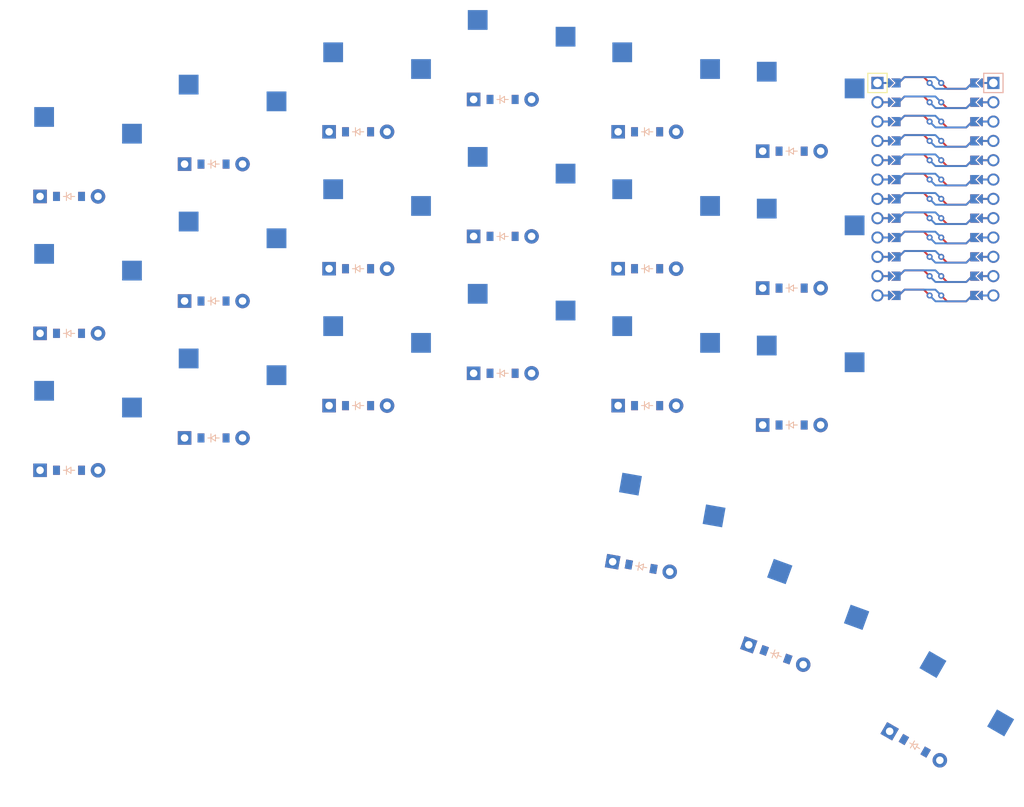
<source format=kicad_pcb>
(kicad_pcb (version 20211014) (generator pcbnew)
  (title_block (title "simple_split") (rev "v1.0.0") (company "Unknown"))
  (layers (0 "F.Cu" signal) (31 "B.Cu" signal) (34 "B.Paste" user) (35 "F.Paste" user) (36 "B.SilkS" user "B.Silkscreen") (37 "F.SilkS" user "F.Silkscreen") (38 "B.Mask" user) (39 "F.Mask" user) (44 "Edge.Cuts" user))
  (net 0 "")
  (net 1 "pinkyreach_bottom")
  (net 2 "P21")
  (net 3 "P5")
  (net 4 "pinkyreach_home")
  (net 5 "P4")
  (net 6 "pinkyreach_top")
  (net 7 "P3")
  (net 8 "pinky_bottom")
  (net 9 "P20")
  (net 10 "pinky_home")
  (net 11 "pinky_top")
  (net 12 "ring_bottom")
  (net 13 "P19")
  (net 14 "ring_home")
  (net 15 "ring_top")
  (net 16 "middle_bottom")
  (net 17 "P18")
  (net 18 "middle_home")
  (net 19 "middle_top")
  (net 20 "index_bottom")
  (net 21 "P15")
  (net 22 "index_home")
  (net 23 "index_top")
  (net 24 "inner_bottom")
  (net 25 "P14")
  (net 26 "inner_home")
  (net 27 "inner_top")
  (net 28 "inner_default")
  (net 29 "P6")
  (net 30 "tucky_default")
  (net 31 "reachy_default")
  (net 32 "RAW")
  (net 33 "GND")
  (net 34 "RST")
  (net 35 "VCC")
  (net 36 "P16")
  (net 37 "P10")
  (net 38 "P1")
  (net 39 "P0")
  (net 40 "P2")
  (net 41 "P7")
  (net 42 "P8")
  (net 43 "P9")
  (footprint "ComboDiode" (layer "F.Cu") (at 76 -22)
    (fp_text reference "D14" hide)
    (fp_text value "" hide)
    (pad "1" thru_hole circle locked (at 3.81 0) (size 1.905 1.905) (drill 0.9906) (layers *.Cu *.Mask) (net 22 "index_home"))
    (pad "1" smd rect locked (at -1.65 0) (size 0.9 1.2) (layers "F.Cu" "F.Paste" "F.Mask") (net 5 "P4"))
    (pad "1" smd rect locked (at -1.65 0) (size 0.9 1.2) (layers "B.Cu" "B.Paste" "B.Mask") (net 5 "P4"))
    (pad "2" thru_hole rect locked (at -3.81 0) (size 1.778 1.778) (drill 0.9906) (layers *.Cu *.Mask) (net 5 "P4"))
    (pad "2" smd rect locked (at 1.65 0) (size 0.9 1.2) (layers "B.Cu" "B.Paste" "B.Mask") (net 22 "index_home"))
    (pad "2" smd rect locked (at 1.65 0) (size 0.9 1.2) (layers "F.Cu" "F.Paste" "F.Mask") (net 22 "index_home"))
  )
  (footprint "PG1350" (layer "F.Cu") (at 19 -40.25)
    (fp_text reference "S6" hide)
    (fp_text value "" hide)
    (pad "" np_thru_hole circle locked (at 0 -5.95) (size 3 3) (drill 3) (layers *.Cu *.Mask))
    (pad "" np_thru_hole circle locked (at -5.5 0) (size 1.7018 1.7018) (drill 1.7018) (layers *.Cu *.Mask))
    (pad "" np_thru_hole circle locked (at 0 0) (size 3.429 3.429) (drill 3.429) (layers *.Cu *.Mask))
    (pad "" np_thru_hole circle locked (at 5 -3.75) (size 3 3) (drill 3) (layers *.Cu *.Mask))
    (pad "" np_thru_hole circle locked (at 5.5 0) (size 1.7018 1.7018) (drill 1.7018) (layers *.Cu *.Mask))
    (pad "1" smd rect locked (at -3.275 -5.95) (size 2.6 2.6) (layers "B.Cu" "B.Paste" "B.Mask") (net 11 "pinky_top"))
    (pad "2" smd rect locked (at 8.275 -3.75) (size 2.6 2.6) (layers "B.Cu" "B.Paste" "B.Mask") (net 9 "P20"))
  )
  (footprint "PG1350" (layer "F.Cu") (at 76 -44.5)
    (fp_text reference "S15" hide)
    (fp_text value "" hide)
    (pad "" np_thru_hole circle locked (at 0 0) (size 3.429 3.429) (drill 3.429) (layers *.Cu *.Mask))
    (pad "" np_thru_hole circle locked (at -5.5 0) (size 1.7018 1.7018) (drill 1.7018) (layers *.Cu *.Mask))
    (pad "" np_thru_hole circle locked (at 5.5 0) (size 1.7018 1.7018) (drill 1.7018) (layers *.Cu *.Mask))
    (pad "" np_thru_hole circle locked (at 5 -3.75) (size 3 3) (drill 3) (layers *.Cu *.Mask))
    (pad "" np_thru_hole circle locked (at 0 -5.95) (size 3 3) (drill 3) (layers *.Cu *.Mask))
    (pad "1" smd rect locked (at -3.275 -5.95) (size 2.6 2.6) (layers "B.Cu" "B.Paste" "B.Mask") (net 23 "index_top"))
    (pad "2" smd rect locked (at 8.275 -3.75) (size 2.6 2.6) (layers "B.Cu" "B.Paste" "B.Mask") (net 21 "P15"))
  )
  (footprint "PG1350" (layer "F.Cu") (at 95 -5.95)
    (fp_text reference "S16" hide)
    (fp_text value "" hide)
    (pad "" np_thru_hole circle locked (at 0 0) (size 3.429 3.429) (drill 3.429) (layers *.Cu *.Mask))
    (pad "" np_thru_hole circle locked (at -5.5 0) (size 1.7018 1.7018) (drill 1.7018) (layers *.Cu *.Mask))
    (pad "" np_thru_hole circle locked (at 0 -5.95) (size 3 3) (drill 3) (layers *.Cu *.Mask))
    (pad "" np_thru_hole circle locked (at 5.5 0) (size 1.7018 1.7018) (drill 1.7018) (layers *.Cu *.Mask))
    (pad "" np_thru_hole circle locked (at 5 -3.75) (size 3 3) (drill 3) (layers *.Cu *.Mask))
    (pad "1" smd rect locked (at -3.275 -5.95) (size 2.6 2.6) (layers "B.Cu" "B.Paste" "B.Mask") (net 24 "inner_bottom"))
    (pad "2" smd rect locked (at 8.275 -3.75) (size 2.6 2.6) (layers "B.Cu" "B.Paste" "B.Mask") (net 25 "P14"))
  )
  (footprint "ComboDiode" (layer "F.Cu") (at 19 -17.75)
    (fp_text reference "D5" hide)
    (fp_text value "" hide)
    (pad "1" thru_hole circle locked (at 3.81 0) (size 1.905 1.905) (drill 0.9906) (layers *.Cu *.Mask) (net 10 "pinky_home"))
    (pad "1" smd rect locked (at -1.65 0) (size 0.9 1.2) (layers "F.Cu" "F.Paste" "F.Mask") (net 5 "P4"))
    (pad "1" smd rect locked (at -1.65 0) (size 0.9 1.2) (layers "B.Cu" "B.Paste" "B.Mask") (net 5 "P4"))
    (pad "2" smd rect locked (at 1.65 0) (size 0.9 1.2) (layers "F.Cu" "F.Paste" "F.Mask") (net 10 "pinky_home"))
    (pad "2" thru_hole rect locked (at -3.81 0) (size 1.778 1.778) (drill 0.9906) (layers *.Cu *.Mask) (net 5 "P4"))
    (pad "2" smd rect locked (at 1.65 0) (size 0.9 1.2) (layers "B.Cu" "B.Paste" "B.Mask") (net 10 "pinky_home"))
  )
  (footprint "ComboDiode" (layer "F.Cu") (at 57 -44.25)
    (fp_text reference "D12" hide)
    (fp_text value "" hide)
    (pad "1" thru_hole circle locked (at 3.81 0) (size 1.905 1.905) (drill 0.9906) (layers *.Cu *.Mask) (net 19 "middle_top"))
    (pad "1" smd rect locked (at -1.65 0) (size 0.9 1.2) (layers "B.Cu" "B.Paste" "B.Mask") (net 7 "P3"))
    (pad "1" smd rect locked (at -1.65 0) (size 0.9 1.2) (layers "F.Cu" "F.Paste" "F.Mask") (net 7 "P3"))
    (pad "2" thru_hole rect locked (at -3.81 0) (size 1.778 1.778) (drill 0.9906) (layers *.Cu *.Mask) (net 7 "P3"))
    (pad "2" smd rect locked (at 1.65 0) (size 0.9 1.2) (layers "B.Cu" "B.Paste" "B.Mask") (net 19 "middle_top"))
    (pad "2" smd rect locked (at 1.65 0) (size 0.9 1.2) (layers "F.Cu" "F.Paste" "F.Mask") (net 19 "middle_top"))
  )
  (footprint "PG1350" (layer "F.Cu") (at 57 -12.75)
    (fp_text reference "S10" hide)
    (fp_text value "" hide)
    (pad "" np_thru_hole circle locked (at -5.5 0) (size 1.7018 1.7018) (drill 1.7018) (layers *.Cu *.Mask))
    (pad "" np_thru_hole circle locked (at 0 0) (size 3.429 3.429) (drill 3.429) (layers *.Cu *.Mask))
    (pad "" np_thru_hole circle locked (at 5.5 0) (size 1.7018 1.7018) (drill 1.7018) (layers *.Cu *.Mask))
    (pad "" np_thru_hole circle locked (at 0 -5.95) (size 3 3) (drill 3) (layers *.Cu *.Mask))
    (pad "" np_thru_hole circle locked (at 5 -3.75) (size 3 3) (drill 3) (layers *.Cu *.Mask))
    (pad "1" smd rect locked (at -3.275 -5.95) (size 2.6 2.6) (layers "B.Cu" "B.Paste" "B.Mask") (net 16 "middle_bottom"))
    (pad "2" smd rect locked (at 8.275 -3.75) (size 2.6 2.6) (layers "B.Cu" "B.Paste" "B.Mask") (net 17 "P18"))
  )
  (footprint "ComboDiode" (layer "F.Cu") (at 19 0.25)
    (fp_text reference "D4" hide)
    (fp_text value "" hide)
    (pad "1" smd rect locked (at -1.65 0) (size 0.9 1.2) (layers "F.Cu" "F.Paste" "F.Mask") (net 3 "P5"))
    (pad "1" thru_hole circle locked (at 3.81 0) (size 1.905 1.905) (drill 0.9906) (layers *.Cu *.Mask) (net 8 "pinky_bottom"))
    (pad "1" smd rect locked (at -1.65 0) (size 0.9 1.2) (layers "B.Cu" "B.Paste" "B.Mask") (net 3 "P5"))
    (pad "2" smd rect locked (at 1.65 0) (size 0.9 1.2) (layers "B.Cu" "B.Paste" "B.Mask") (net 8 "pinky_bottom"))
    (pad "2" thru_hole rect locked (at -3.81 0) (size 1.778 1.778) (drill 0.9906) (layers *.Cu *.Mask) (net 3 "P5"))
    (pad "2" smd rect locked (at 1.65 0) (size 0.9 1.2) (layers "F.Cu" "F.Paste" "F.Mask") (net 8 "pinky_bottom"))
  )
  (footprint "ComboDiode" (layer "F.Cu") (at 0 -31.5)
    (fp_text reference "D3" hide)
    (fp_text value "" hide)
    (pad "1" thru_hole circle locked (at 3.81 0) (size 1.905 1.905) (drill 0.9906) (layers *.Cu *.Mask) (net 6 "pinkyreach_top"))
    (pad "1" smd rect locked (at -1.65 0) (size 0.9 1.2) (layers "F.Cu" "F.Paste" "F.Mask") (net 7 "P3"))
    (pad "1" smd rect locked (at -1.65 0) (size 0.9 1.2) (layers "B.Cu" "B.Paste" "B.Mask") (net 7 "P3"))
    (pad "2" smd rect locked (at 1.65 0) (size 0.9 1.2) (layers "F.Cu" "F.Paste" "F.Mask") (net 6 "pinkyreach_top"))
    (pad "2" smd rect locked (at 1.65 0) (size 0.9 1.2) (layers "B.Cu" "B.Paste" "B.Mask") (net 6 "pinkyreach_top"))
    (pad "2" thru_hole rect locked (at -3.81 0) (size 1.778 1.778) (drill 0.9906) (layers *.Cu *.Mask) (net 7 "P3"))
  )
  (footprint "PG1350" (layer "F.Cu") (at 38 -26.5)
    (fp_text reference "S8" hide)
    (fp_text value "" hide)
    (pad "" np_thru_hole circle locked (at -5.5 0) (size 1.7018 1.7018) (drill 1.7018) (layers *.Cu *.Mask))
    (pad "" np_thru_hole circle locked (at 0 0) (size 3.429 3.429) (drill 3.429) (layers *.Cu *.Mask))
    (pad "" np_thru_hole circle locked (at 5.5 0) (size 1.7018 1.7018) (drill 1.7018) (layers *.Cu *.Mask))
    (pad "" np_thru_hole circle locked (at 5 -3.75) (size 3 3) (drill 3) (layers *.Cu *.Mask))
    (pad "" np_thru_hole circle locked (at 0 -5.95) (size 3 3) (drill 3) (layers *.Cu *.Mask))
    (pad "1" smd rect locked (at -3.275 -5.95) (size 2.6 2.6) (layers "B.Cu" "B.Paste" "B.Mask") (net 14 "ring_home"))
    (pad "2" smd rect locked (at 8.275 -3.75) (size 2.6 2.6) (layers "B.Cu" "B.Paste" "B.Mask") (net 13 "P19"))
  )
  (footprint "ComboDiode" (layer "F.Cu") (at 76 -4)
    (fp_text reference "D13" hide)
    (fp_text value "" hide)
    (pad "1" smd rect locked (at -1.65 0) (size 0.9 1.2) (layers "B.Cu" "B.Paste" "B.Mask") (net 3 "P5"))
    (pad "1" thru_hole circle locked (at 3.81 0) (size 1.905 1.905) (drill 0.9906) (layers *.Cu *.Mask) (net 20 "index_bottom"))
    (pad "1" smd rect locked (at -1.65 0) (size 0.9 1.2) (layers "F.Cu" "F.Paste" "F.Mask") (net 3 "P5"))
    (pad "2" smd rect locked (at 1.65 0) (size 0.9 1.2) (layers "F.Cu" "F.Paste" "F.Mask") (net 20 "index_bottom"))
    (pad "2" smd rect locked (at 1.65 0) (size 0.9 1.2) (layers "B.Cu" "B.Paste" "B.Mask") (net 20 "index_bottom"))
    (pad "2" thru_hole rect locked (at -3.81 0) (size 1.778 1.778) (drill 0.9906) (layers *.Cu *.Mask) (net 3 "P5"))
  )
  (footprint "ComboDiode" (layer "F.Cu") (at 38 -40)
    (fp_text reference "D9" hide)
    (fp_text value "" hide)
    (pad "1" thru_hole circle locked (at 3.81 0) (size 1.905 1.905) (drill 0.9906) (layers *.Cu *.Mask) (net 15 "ring_top"))
    (pad "1" smd rect locked (at -1.65 0) (size 0.9 1.2) (layers "F.Cu" "F.Paste" "F.Mask") (net 7 "P3"))
    (pad "1" smd rect locked (at -1.65 0) (size 0.9 1.2) (layers "B.Cu" "B.Paste" "B.Mask") (net 7 "P3"))
    (pad "2" smd rect locked (at 1.65 0) (size 0.9 1.2) (layers "B.Cu" "B.Paste" "B.Mask") (net 15 "ring_top"))
    (pad "2" smd rect locked (at 1.65 0) (size 0.9 1.2) (layers "F.Cu" "F.Paste" "F.Mask") (net 15 "ring_top"))
    (pad "2" thru_hole rect locked (at -3.81 0) (size 1.778 1.778) (drill 0.9906) (layers *.Cu *.Mask) (net 7 "P3"))
  )
  (footprint "PG1350" (layer "F.Cu") (at 76 -26.5)
    (fp_text reference "S14" hide)
    (fp_text value "" hide)
    (pad "" np_thru_hole circle locked (at 0 -5.95) (size 3 3) (drill 3) (layers *.Cu *.Mask))
    (pad "" np_thru_hole circle locked (at -5.5 0) (size 1.7018 1.7018) (drill 1.7018) (layers *.Cu *.Mask))
    (pad "" np_thru_hole circle locked (at 5.5 0) (size 1.7018 1.7018) (drill 1.7018) (layers *.Cu *.Mask))
    (pad "" np_thru_hole circle locked (at 5 -3.75) (size 3 3) (drill 3) (layers *.Cu *.Mask))
    (pad "" np_thru_hole circle locked (at 0 0) (size 3.429 3.429) (drill 3.429) (layers *.Cu *.Mask))
    (pad "1" smd rect locked (at -3.275 -5.95) (size 2.6 2.6) (layers "B.Cu" "B.Paste" "B.Mask") (net 22 "index_home"))
    (pad "2" smd rect locked (at 8.275 -3.75) (size 2.6 2.6) (layers "B.Cu" "B.Paste" "B.Mask") (net 21 "P15"))
  )
  (footprint "PG1350" (layer "F.Cu") (at 0 0)
    (fp_text reference "S1" hide)
    (fp_text value "" hide)
    (pad "" np_thru_hole circle locked (at -5.5 0) (size 1.7018 1.7018) (drill 1.7018) (layers *.Cu *.Mask))
    (pad "" np_thru_hole circle locked (at 5 -3.75) (size 3 3) (drill 3) (layers *.Cu *.Mask))
    (pad "" np_thru_hole circle locked (at 5.5 0) (size 1.7018 1.7018) (drill 1.7018) (layers *.Cu *.Mask))
    (pad "" np_thru_hole circle locked (at 0 0) (size 3.429 3.429) (drill 3.429) (layers *.Cu *.Mask))
    (pad "" np_thru_hole circle locked (at 0 -5.95) (size 3 3) (drill 3) (layers *.Cu *.Mask))
    (pad "1" smd rect locked (at -3.275 -5.95) (size 2.6 2.6) (layers "B.Cu" "B.Paste" "B.Mask") (net 1 "pinkyreach_bottom"))
    (pad "2" smd rect locked (at 8.275 -3.75) (size 2.6 2.6) (layers "B.Cu" "B.Paste" "B.Mask") (net 2 "P21"))
  )
  (footprint "PG1350" (layer "F.Cu") (at 95 -23.95)
    (fp_text reference "S17" hide)
    (fp_text value "" hide)
    (pad "" np_thru_hole circle locked (at 0 0) (size 3.429 3.429) (drill 3.429) (layers *.Cu *.Mask))
    (pad "" np_thru_hole circle locked (at 5 -3.75) (size 3 3) (drill 3) (layers *.Cu *.Mask))
    (pad "" np_thru_hole circle locked (at 5.5 0) (size 1.7018 1.7018) (drill 1.7018) (layers *.Cu *.Mask))
    (pad "" np_thru_hole circle locked (at -5.5 0) (size 1.7018 1.7018) (drill 1.7018) (layers *.Cu *.Mask))
    (pad "" np_thru_hole circle locked (at 0 -5.95) (size 3 3) (drill 3) (layers *.Cu *.Mask))
    (pad "1" smd rect locked (at -3.275 -5.95) (size 2.6 2.6) (layers "B.Cu" "B.Paste" "B.Mask") (net 26 "inner_home"))
    (pad "2" smd rect locked (at 8.275 -3.75) (size 2.6 2.6) (layers "B.Cu" "B.Paste" "B.Mask") (net 25 "P14"))
  )
  (footprint "ComboDiode" (layer "F.Cu") (at 75.218583 17.181635 -10)
    (fp_text reference "D19" hide)
    (fp_text value "" hide)
    (pad "1" smd rect locked (at -1.65 0 350) (size 0.9 1.2) (layers "B.Cu" "B.Paste" "B.Mask") (net 29 "P6"))
    (pad "1" thru_hole circle locked (at 3.81 0 350) (size 1.905 1.905) (drill 0.9906) (layers *.Cu *.Mask) (net 28 "inner_default"))
    (pad "1" smd rect locked (at -1.65 0 350) (size 0.9 1.2) (layers "F.Cu" "F.Paste" "F.Mask") (net 29 "P6"))
    (pad "2" smd rect locked (at 1.65 0 350) (size 0.9 1.2) (layers "B.Cu" "B.Paste" "B.Mask") (net 28 "inner_default"))
    (pad "2" smd rect locked (at 1.65 0 350) (size 0.9 1.2) (layers "F.Cu" "F.Paste" "F.Mask") (net 28 "inner_default"))
    (pad "2" thru_hole rect locked (at -3.81 0 350) (size 1.778 1.778) (drill 0.9906) (layers *.Cu *.Mask) (net 29 "P6"))
  )
  (footprint "ComboDiode" (layer "F.Cu") (at 0 -13.5)
    (fp_text reference "D2" hide)
    (fp_text value "" hide)
    (pad "1" smd rect locked (at -1.65 0) (size 0.9 1.2) (layers "F.Cu" "F.Paste" "F.Mask") (net 5 "P4"))
    (pad "1" smd rect locked (at -1.65 0) (size 0.9 1.2) (layers "B.Cu" "B.Paste" "B.Mask") (net 5 "P4"))
    (pad "1" thru_hole circle locked (at 3.81 0) (size 1.905 1.905) (drill 0.9906) (layers *.Cu *.Mask) (net 4 "pinkyreach_home"))
    (pad "2" smd rect locked (at 1.65 0) (size 0.9 1.2) (layers "F.Cu" "F.Paste" "F.Mask") (net 4 "pinkyreach_home"))
    (pad "2" smd rect locked (at 1.65 0) (size 0.9 1.2) (layers "B.Cu" "B.Paste" "B.Mask") (net 4 "pinkyreach_home"))
    (pad "2" thru_hole rect locked (at -3.81 0) (size 1.778 1.778) (drill 0.9906) (layers *.Cu *.Mask) (net 5 "P4"))
  )
  (footprint "PG1350" (layer "F.Cu") (at 38 -44.5)
    (fp_text reference "S9" hide)
    (fp_text value "" hide)
    (pad "" np_thru_hole circle locked (at 0 0) (size 3.429 3.429) (drill 3.429) (layers *.Cu *.Mask))
    (pad "" np_thru_hole circle locked (at 5 -3.75) (size 3 3) (drill 3) (layers *.Cu *.Mask))
    (pad "" np_thru_hole circle locked (at -5.5 0) (size 1.7018 1.7018) (drill 1.7018) (layers *.Cu *.Mask))
    (pad "" np_thru_hole circle locked (at 5.5 0) (size 1.7018 1.7018) (drill 1.7018) (layers *.Cu *.Mask))
    (pad "" np_thru_hole circle locked (at 0 -5.95) (size 3 3) (drill 3) (layers *.Cu *.Mask))
    (pad "1" smd rect locked (at -3.275 -5.95) (size 2.6 2.6) (layers "B.Cu" "B.Paste" "B.Mask") (net 15 "ring_top"))
    (pad "2" smd rect locked (at 8.275 -3.75) (size 2.6 2.6) (layers "B.Cu" "B.Paste" "B.Mask") (net 13 "P19"))
  )
  (footprint "PG1350" (layer "F.Cu") (at 38 -8.5)
    (fp_text reference "S7" hide)
    (fp_text value "" hide)
    (pad "" np_thru_hole circle locked (at 0 -5.95) (size 3 3) (drill 3) (layers *.Cu *.Mask))
    (pad "" np_thru_hole circle locked (at 5 -3.75) (size 3 3) (drill 3) (layers *.Cu *.Mask))
    (pad "" np_thru_hole circle locked (at 0 0) (size 3.429 3.429) (drill 3.429) (layers *.Cu *.Mask))
    (pad "" np_thru_hole circle locked (at -5.5 0) (size 1.7018 1.7018) (drill 1.7018) (layers *.Cu *.Mask))
    (pad "" np_thru_hole circle locked (at 5.5 0) (size 1.7018 1.7018) (drill 1.7018) (layers *.Cu *.Mask))
    (pad "1" smd rect locked (at -3.275 -5.95) (size 2.6 2.6) (layers "B.Cu" "B.Paste" "B.Mask") (net 12 "ring_bottom"))
    (pad "2" smd rect locked (at 8.275 -3.75) (size 2.6 2.6) (layers "B.Cu" "B.Paste" "B.Mask") (net 13 "P19"))
  )
  (footprint "PG1350" (layer "F.Cu") (at 57 -48.75)
    (fp_text reference "S12" hide)
    (fp_text value "" hide)
    (pad "" np_thru_hole circle locked (at -5.5 0) (size 1.7018 1.7018) (drill 1.7018) (layers *.Cu *.Mask))
    (pad "" np_thru_hole circle locked (at 0 0) (size 3.429 3.429) (drill 3.429) (layers *.Cu *.Mask))
    (pad "" np_thru_hole circle locked (at 5.5 0) (size 1.7018 1.7018) (drill 1.7018) (layers *.Cu *.Mask))
    (pad "" np_thru_hole circle locked (at 5 -3.75) (size 3 3) (drill 3) (layers *.Cu *.Mask))
    (pad "" np_thru_hole circle locked (at 0 -5.95) (size 3 3) (drill 3) (layers *.Cu *.Mask))
    (pad "1" smd rect locked (at -3.275 -5.95) (size 2.6 2.6) (layers "B.Cu" "B.Paste" "B.Mask") (net 19 "middle_top"))
    (pad "2" smd rect locked (at 8.275 -3.75) (size 2.6 2.6) (layers "B.Cu" "B.Paste" "B.Mask") (net 17 "P18"))
  )
  (footprint "PG1350" (layer "F.Cu") (at 76 -8.5)
    (fp_text reference "S13" hide)
    (fp_text value "" hide)
    (pad "" np_thru_hole circle locked (at -5.5 0) (size 1.7018 1.7018) (drill 1.7018) (layers *.Cu *.Mask))
    (pad "" np_thru_hole circle locked (at 0 0) (size 3.429 3.429) (drill 3.429) (layers *.Cu *.Mask))
    (pad "" np_thru_hole circle locked (at 5 -3.75) (size 3 3) (drill 3) (layers *.Cu *.Mask))
    (pad "" np_thru_hole circle locked (at 5.5 0) (size 1.7018 1.7018) (drill 1.7018) (layers *.Cu *.Mask))
    (pad "" np_thru_hole circle locked (at 0 -5.95) (size 3 3) (drill 3) (layers *.Cu *.Mask))
    (pad "1" smd rect locked (at -3.275 -5.95) (size 2.6 2.6) (layers "B.Cu" "B.Paste" "B.Mask") (net 20 "index_bottom"))
    (pad "2" smd rect locked (at 8.275 -3.75) (size 2.6 2.6) (layers "B.Cu" "B.Paste" "B.Mask") (net 21 "P15"))
  )
  (footprint "PG1350" (layer "F.Cu") (at 0 -18)
    (fp_text reference "S2" hide)
    (fp_text value "" hide)
    (pad "" np_thru_hole circle locked (at 0 0) (size 3.429 3.429) (drill 3.429) (layers *.Cu *.Mask))
    (pad "" np_thru_hole circle locked (at -5.5 0) (size 1.7018 1.7018) (drill 1.7018) (layers *.Cu *.Mask))
    (pad "" np_thru_hole circle locked (at 0 -5.95) (size 3 3) (drill 3) (layers *.Cu *.Mask))
    (pad "" np_thru_hole circle locked (at 5 -3.75) (size 3 3) (drill 3) (layers *.Cu *.Mask))
    (pad "" np_thru_hole circle locked (at 5.5 0) (size 1.7018 1.7018) (drill 1.7018) (layers *.Cu *.Mask))
    (pad "1" smd rect locked (at -3.275 -5.95) (size 2.6 2.6) (layers "B.Cu" "B.Paste" "B.Mask") (net 4 "pinkyreach_home"))
    (pad "2" smd rect locked (at 8.275 -3.75) (size 2.6 2.6) (layers "B.Cu" "B.Paste" "B.Mask") (net 2 "P21"))
  )
  (footprint "ComboDiode" (layer "F.Cu") (at 57 -26.25)
    (fp_text reference "D11" hide)
    (fp_text value "" hide)
    (pad "1" smd rect locked (at -1.65 0) (size 0.9 1.2) (layers "F.Cu" "F.Paste" "F.Mask") (net 5 "P4"))
    (pad "1" smd rect locked (at -1.65 0) (size 0.9 1.2) (layers "B.Cu" "B.Paste" "B.Mask") (net 5 "P4"))
    (pad "1" thru_hole circle locked (at 3.81 0) (size 1.905 1.905) (drill 0.9906) (layers *.Cu *.Mask) (net 18 "middle_home"))
    (pad "2" smd rect locked (at 1.65 0) (size 0.9 1.2) (layers "F.Cu" "F.Paste" "F.Mask") (net 18 "middle_home"))
    (pad "2" smd rect locked (at 1.65 0) (size 0.9 1.2) (layers "B.Cu" "B.Paste" "B.Mask") (net 18 "middle_home"))
    (pad "2" thru_hole rect locked (at -3.81 0) (size 1.778 1.778) (drill 0.9906) (layers *.Cu *.Mask) (net 5 "P4"))
  )
  (footprint "ComboDiode" (layer "F.Cu") (at 19 -35.75)
    (fp_text reference "D6" hide)
    (fp_text value "" hide)
    (pad "1" thru_hole circle locked (at 3.81 0) (size 1.905 1.905) (drill 0.9906) (layers *.Cu *.Mask) (net 11 "pinky_top"))
    (pad "1" smd rect locked (at -1.65 0) (size 0.9 1.2) (layers "B.Cu" "B.Paste" "B.Mask") (net 7 "P3"))
    (pad "1" smd rect locked (at -1.65 0) (size 0.9 1.2) (layers "F.Cu" "F.Paste" "F.Mask") (net 7 "P3"))
    (pad "2" thru_hole rect locked (at -3.81 0) (size 1.778 1.778) (drill 0.9906) (layers *.Cu *.Mask) (net 7 "P3"))
    (pad "2" smd rect locked (at 1.65 0) (size 0.9 1.2) (layers "B.Cu" "B.Paste" "B.Mask") (net 11 "pinky_top"))
    (pad "2" smd rect locked (at 1.65 0) (size 0.9 1.2) (layers "F.Cu" "F.Paste" "F.Mask") (net 11 "pinky_top"))
  )
  (footprint "ComboDiode" (layer "F.Cu") (at 95 -37.45)
    (fp_text reference "D18" hide)
    (fp_text value "" hide)
    (pad "1" smd rect locked (at -1.65 0) (size 0.9 1.2) (layers "B.Cu" "B.Paste" "B.Mask") (net 7 "P3"))
    (pad "1" smd rect locked (at -1.65 0) (size 0.9 1.2) (layers "F.Cu" "F.Paste" "F.Mask") (net 7 "P3"))
    (pad "1" thru_hole circle locked (at 3.81 0) (size 1.905 1.905) (drill 0.9906) (layers *.Cu *.Mask) (net 27 "inner_top"))
    (pad "2" smd rect locked (at 1.65 0) (size 0.9 1.2) (layers "B.Cu" "B.Paste" "B.Mask") (net 27 "inner_top"))
    (pad "2" thru_hole rect locked (at -3.81 0) (size 1.778 1.778) (drill 0.9906) (layers *.Cu *.Mask) (net 7 "P3"))
    (pad "2" smd rect locked (at 1.65 0) (size 0.9 1.2) (layers "F.Cu" "F.Paste" "F.Mask") (net 27 "inner_top"))
  )
  (footprint "PG1350" (layer "F.Cu") (at 19 -22.25)
    (fp_text reference "S5" hide)
    (fp_text value "" hide)
    (pad "" np_thru_hole circle locked (at -5.5 0) (size 1.7018 1.7018) (drill 1.7018) (layers *.Cu *.Mask))
    (pad "" np_thru_hole circle locked (at 0 0) (size 3.429 3.429) (drill 3.429) (layers *.Cu *.Mask))
    (pad "" np_thru_hole circle locked (at 0 -5.95) (size 3 3) (drill 3) (layers *.Cu *.Mask))
    (pad "" np_thru_hole circle locked (at 5.5 0) (size 1.7018 1.7018) (drill 1.7018) (layers *.Cu *.Mask))
    (pad "" np_thru_hole circle locked (at 5 -3.75) (size 3 3) (drill 3) (layers *.Cu *.Mask))
    (pad "1" smd rect locked (at -3.275 -5.95) (size 2.6 2.6) (layers "B.Cu" "B.Paste" "B.Mask") (net 10 "pinky_home"))
    (pad "2" smd rect locked (at 8.275 -3.75) (size 2.6 2.6) (layers "B.Cu" "B.Paste" "B.Mask") (net 9 "P20"))
  )
  (footprint "ComboDiode" (layer "F.Cu") (at 0 4.5)
    (fp_text reference "D1" hide)
    (fp_text value "" hide)
    (pad "1" thru_hole circle locked (at 3.81 0) (size 1.905 1.905) (drill 0.9906) (layers *.Cu *.Mask) (net 1 "pinkyreach_bottom"))
    (pad "1" smd rect locked (at -1.65 0) (size 0.9 1.2) (layers "F.Cu" "F.Paste" "F.Mask") (net 3 "P5"))
    (pad "1" smd rect locked (at -1.65 0) (size 0.9 1.2) (layers "B.Cu" "B.Paste" "B.Mask") (net 3 "P5"))
    (pad "2" smd rect locked (at 1.65 0) (size 0.9 1.2) (layers "F.Cu" "F.Paste" "F.Mask") (net 1 "pinkyreach_bottom"))
    (pad "2" smd rect locked (at 1.65 0) (size 0.9 1.2) (layers "B.Cu" "B.Paste" "B.Mask") (net 1 "pinkyreach_bottom"))
    (pad "2" thru_hole rect locked (at -3.81 0) (size 1.778 1.778) (drill 0.9906) (layers *.Cu *.Mask) (net 3 "P5"))
  )
  (footprint "ComboDiode" (layer "F.Cu") (at 38 -22)
    (fp_text reference "D8" hide)
    (fp_text value "" hide)
    (pad "1" smd rect locked (at -1.65 0) (size 0.9 1.2) (layers "B.Cu" "B.Paste" "B.Mask") (net 5 "P4"))
    (pad "1" thru_hole circle locked (at 3.81 0) (size 1.905 1.905) (drill 0.9906) (layers *.Cu *.Mask) (net 14 "ring_home"))
    (pad "1" smd rect locked (at -1.65 0) (size 0.9 1.2) (layers "F.Cu" "F.Paste" "F.Mask") (net 5 "P4"))
    (pad "2" thru_hole rect locked (at -3.81 0) (size 1.778 1.778) (drill 0.9906) (layers *.Cu *.Mask) (net 5 "P4"))
    (pad "2" smd rect locked (at 1.65 0) (size 0.9 1.2) (layers "B.Cu" "B.Paste" "B.Mask") (net 14 "ring_home"))
    (pad "2" smd rect locked (at 1.65 0) (size 0.9 1.2) (layers "F.Cu" "F.Paste" "F.Mask") (net 14 "ring_home"))
  )
  (footprint "ComboDiode" (layer "F.Cu") (at 76 -40)
    (fp_text reference "D15" hide)
    (fp_text value "" hide)
    (pad "1" smd rect locked (at -1.65 0) (size 0.9 1.2) (layers "B.Cu" "B.Paste" "B.Mask") (net 7 "P3"))
    (pad "1" thru_hole circle locked (at 3.81 0) (size 1.905 1.905) (drill 0.9906) (layers *.Cu *.Mask) (net 23 "index_top"))
    (pad "1" smd rect locked (at -1.65 0) (size 0.9 1.2) (layers "F.Cu" "F.Paste" "F.Mask") (net 7 "P3"))
    (pad "2" smd rect locked (at 1.65 0) (size 0.9 1.2) (layers "F.Cu" "F.Paste" "F.Mask") (net 23 "index_top"))
    (pad "2" thru_hole rect locked (at -3.81 0) (size 1.778 1.778) (drill 0.9906) (layers *.Cu *.Mask) (net 7 "P3"))
    (pad "2" smd rect locked (at 1.65 0) (size 0.9 1.2) (layers "B.Cu" "B.Paste" "B.Mask") (net 23 "index_top"))
  )
  (footprint "ComboDiode" (layer "F.Cu") (at 92.938384 28.751049 -20)
    (fp_text reference "D20" hide)
    (fp_text value "" hide)
    (pad "1" smd rect locked (at -1.65 0 340) (size 0.9 1.2) (layers "B.Cu" "B.Paste" "B.Mask") (net 29 "P6"))
    (pad "1" smd rect locked (at -1.65 0 340) (size 0.9 1.2) (layers "F.Cu" "F.Paste" "F.Mask") (net 29 "P6"))
    (pad "1" thru_hole circle locked (at 3.81 0 340) (size 1.905 1.905) (drill 0.9906) (layers *.Cu *.Mask) (net 30 "tucky_default"))
    (pad "2" smd rect locked (at 1.65 0 340) (size 0.9 1.2) (layers "B.Cu" "B.Paste" "B.Mask") (net 30 "tucky_default"))
    (pad "2" smd rect locked (at 1.65 0 340) (size 0.9 1.2) (layers "F.Cu" "F.Paste" "F.Mask") (net 30 "tucky_default"))
    (pad "2" thru_hole rect locked (at -3.81 0 340) (size 1.778 1.778) (drill 0.9906) (layers *.Cu *.Mask) (net 29 "P6"))
  )
  (footprint "PG1350" (layer "F.Cu") (at 57 -30.75)
    (fp_text reference "S11" hide)
    (fp_text value "" hide)
    (pad "" np_thru_hole circle locked (at -5.5 0) (size 1.7018 1.7018) (drill 1.7018) (layers *.Cu *.Mask))
    (pad "" np_thru_hole circle locked (at 0 0) (size 3.429 3.429) (drill 3.429) (layers *.Cu *.Mask))
    (pad "" np_thru_hole circle locked (at 0 -5.95) (size 3 3) (drill 3) (layers *.Cu *.Mask))
    (pad "" np_thru_hole circle locked (at 5.5 0) (size 1.7018 1.7018) (drill 1.7018) (layers *.Cu *.Mask))
    (pad "" np_thru_hole circle locked (at 5 -3.75) (size 3 3) (drill 3) (layers *.Cu *.Mask))
    (pad "1" smd rect locked (at -3.275 -5.95) (size 2.6 2.6) (layers "B.Cu" "B.Paste" "B.Mask") (net 18 "middle_home"))
    (pad "2" smd rect locked (at 8.275 -3.75) (size 2.6 2.6) (layers "B.Cu" "B.Paste" "B.Mask") (net 17 "P18"))
  )
  (footprint "PG1350" (layer "F.Cu") (at 76 12.75 -10)
    (fp_text reference "S19" hide)
    (fp_text value "" hide)
    (pad "" np_thru_hole circle locked (at 0 0) (size 3.429 3.429) (drill 3.429) (layers *.Cu *.Mask))
    (pad "" np_thru_hole circle locked (at 5.5 0) (size 1.7018 1.7018) (drill 1.7018) (layers *.Cu *.Mask))
    (pad "" np_thru_hole circle locked (at 0 -5.95) (size 3 3) (drill 3) (layers *.Cu *.Mask))
    (pad "" np_thru_hole circle locked (at 5 -3.75) (size 3 3) (drill 3) (layers *.Cu *.Mask))
    (pad "" np_thru_hole circle locked (at -5.5 0) (size 1.7018 1.7018) (drill 1.7018) (layers *.Cu *.Mask))
    (pad "1" smd rect locked (at -3.275 -5.95 350) (size 2.6 2.6) (layers "B.Cu" "B.Paste" "B.Mask") (net 28 "inner_default"))
    (pad "2" smd rect locked (at 8.275 -3.75 350) (size 2.6 2.6) (layers "B.Cu" "B.Paste" "B.Mask") (net 21 "P15"))
  )
  (footprint "ComboDiode" (layer "F.Cu") (at 95 -1.45)
    (fp_text reference "D16" hide)
    (fp_text value "" hide)
    (pad "1" smd rect locked (at -1.65 0) (size 0.9 1.2) (layers "F.Cu" "F.Paste" "F.Mask") (net 3 "P5"))
    (pad "1" smd rect locked (at -1.65 0) (size 0.9 1.2) (layers "B.Cu" "B.Paste" "B.Mask") (net 3 "P5"))
    (pad "1" thru_hole circle locked (at 3.81 0) (size 1.905 1.905) (drill 0.9906) (layers *.Cu *.Mask) (net 24 "inner_bottom"))
    (pad "2" thru_hole rect locked (at -3.81 0) (size 1.778 1.778) (drill 0.9906) (layers *.Cu *.Mask) (net 3 "P5"))
    (pad "2" smd rect locked (at 1.65 0) (size 0.9 1.2) (layers "B.Cu" "B.Paste" "B.Mask") (net 24 "inner_bottom"))
    (pad "2" smd rect locked (at 1.65 0) (size 0.9 1.2) (layers "F.Cu" "F.Paste" "F.Mask") (net 24 "inner_bottom"))
  )
  (footprint "ProMicro" (layer "F.Cu") (at 113.9 -32.45 -90)
    (fp_text reference "MCU1" hide)
    (fp_text value "" (at 0 0 -90) (layer "F.SilkS") (effects (font (size 1.27 1.27))))
    (pad "" smd custom locked (at -8.89 -6.35 270) (size 0.25 1) (layers "F.Cu") (options (clearance outline) (anchor rect)) (primitives))
    (pad "" smd custom locked (at 1.27 5.842 90) (size 0.1 0.1) (layers "B.Cu" "B.Mask") (clearance 0.1) (options (clearance outline) (anchor rect)) (primitives (gr_poly (pts (xy 0.6 -0.4) (xy -0.6 -0.4) (xy -0.6 -0.2) (xy 0 0.4) (xy 0.6 -0.2)) (width 0) (fill yes))))
    (pad "" smd custom locked (at 3.81 6.35 90) (size 0.25 1) (layers "B.Cu") (options (clearance outline) (anchor rect)) (primitives))
    (pad "" smd custom locked (at 1.27 5.842 90) (size 0.1 0.1) (layers "F.Cu" "F.Mask") (clearance 0.1) (options (clearance outline) (anchor rect)) (primitives (gr_poly (pts (xy 0.6 -0.4) (xy -0.6 -0.4) (xy -0.6 -0.2) (xy 0 0.4) (xy 0.6 -0.2)) (width 0) (fill yes))))
    (pad "" smd custom locked (at -3.81 5.842 90) (size 0.1 0.1) (layers "B.Cu" "B.Mask") (clearance 0.1) (options (clearance outline) (anchor rect)) (primitives (gr_poly (pts (xy 0.6 -0.4) (xy -0.6 -0.4) (xy -0.6 -0.2) (xy 0 0.4) (xy 0.6 -0.2)) (width 0) (fill yes))))
    (pad "" smd custom locked (at 11.43 5.842 90) (size 0.1 0.1) (layers "F.Cu" "F.Mask") (clearance 0.1) (options (clearance outline) (anchor rect)) (primitives (gr_poly (pts (xy 0.6 -0.4) (xy -0.6 -0.4) (xy -0.6 -0.2) (xy 0 0.4) (xy 0.6 -0.2)) (width 0) (fill yes))))
    (pad "" smd custom locked (at -3.81 6.35 90) (size 0.25 1) (layers "F.Cu") (options (clearance outline) (anchor rect)) (primitives))
    (pad "" smd custom locked (at 13.97 -6.35 270) (size 0.25 1) (layers "F.Cu") (options (clearance outline) (anchor rect)) (primitives))
    (pad "" smd custom locked (at -6.35 6.35 90) (size 0.25 1) (layers "F.Cu") (options (clearance outline) (anchor rect)) (primitives))
    (pad "" smd custom locked (at 3.81 -5.842 270) (size 0.1 0.1) (layers "F.Cu" "F.Mask") (clearance 0.1) (options (clearance outline) (anchor rect)) (primitives (gr_poly (pts (xy 0.6 -0.4) (xy -0.6 -0.4) (xy -0.6 -0.2) (xy 0 0.4) (xy 0.6 -0.2)) (width 0) (fill yes))))
    (pad "" thru_hole circle locked (at -8.89 7.62) (size 1.6 1.6) (drill 1.1) (layers *.Cu *.Mask))
    (pad "" thru_hole circle locked (at 11.43 7.62) (size 1.6 1.6) (drill 1.1) (layers *.Cu *.Mask))
    (pad "" smd custom locked (at -6.35 6.35 90) (size 0.25 1) (layers "B.Cu") (options (clearance outline) (anchor rect)) (primitives))
    (pad "" smd custom locked (at 1.27 6.35 90) (size 0.25 1) (layers "F.Cu") (options (clearance outline) (anchor rect)) (primitives))
    (pad "" smd custom locked (at -8.89 6.35 90) (size 0.25 1) (layers "B.Cu") (options (clearance outline) (anchor rect)) (primitives))
    (pad "" smd custom locked (at -6.35 5.842 90) (size 0.1 0.1) (layers "F.Cu" "F.Mask") (clearance 0.1) (options (clearance outline) (anchor rect)) (primitives (gr_poly (pts (xy 0.6 -0.4) (xy -0.6 -0.4) (xy -0.6 -0.2) (xy 0 0.4) (xy 0.6 -0.2)) (width 0) (fill yes))))
    (pad "" smd custom locked (at 13.97 -6.35 270) (size 0.25 1) (layers "B.Cu") (options (clearance outline) (anchor rect)) (primitives))
    (pad "" thru_hole circle locked (at -3.81 -7.62) (size 1.6 1.6) (drill 1.1) (layers *.Cu *.Mask))
    (pad "" smd custom locked (at -6.35 -5.842 270) (size 0.1 0.1) (layers "B.Cu" "B.Mask") (clearance 0.1) (options (clearance outline) (anchor rect)) (primitives (gr_poly (pts (xy 0.6 -0.4) (xy -0.6 -0.4) (xy -0.6 -0.2) (xy 0 0.4) (xy 0.6 -0.2)) (width 0) (fill yes))))
    (pad "" thru_hole circle locked (at -6.35 7.62) (size 1.6 1.6) (drill 1.1) (layers *.Cu *.Mask))
    (pad "" thru_hole circle locked (at -11.43 -7.62) (size 1.6 1.6) (drill 1.1) (layers *.Cu *.Mask))
    (pad "" smd custom locked (at 11.43 6.35 90) (size 0.25 1) (layers "F.Cu") (options (clearance outline) (anchor rect)) (primitives))
    (pad "" smd custom locked (at -11.43 6.35 90) (size 0.25 1) (layers "F.Cu") (options (clearance outline) (anchor rect)) (primitives))
    (pad "" smd custom locked (at 11.43 -5.842 270) (size 0.1 0.1) (layers "F.Cu" "F.Mask") (clearance 0.1) (options (clearance outline) (anchor rect)) (primitives (gr_poly (pts (xy 0.6 -0.4) (xy -0.6 -0.4) (xy -0.6 -0.2) (xy 0 0.4) (xy 0.6 -0.2)) (width 0) (fill yes))))
    (pad "" smd custom locked (at 3.81 -6.35 270) (size 0.25 1) (layers "B.Cu") (options (clearance outline) (anchor rect)) (primitives))
    (pad "" smd custom locked (at -3.81 -5.842 270) (size 0.1 0.1) (layers "B.Cu" "B.Mask") (clearance 0.1) (options (clearance outline) (anchor rect)) (primitives (gr_poly (pts (xy 0.6 -0.4) (xy -0.6 -0.4) (xy -0.6 -0.2) (xy 0 0.4) (xy 0.6 -0.2)) (width 0) (fill yes))))
    (pad "" smd custom locked (at 1.27 -6.35 270) (size 0.25 1) (layers "F.Cu") (options (clearance outline) (anchor rect)) (primitives))
    (pad "" smd custom locked (at -3.81 -6.35 270) (size 0.25 1) (layers "B.Cu") (options (clearance outline) (anchor rect)) (primitives))
    (pad "" smd custom locked (at -11.43 -6.35 270) (size 0.25 1) (layers "B.Cu") (options (clearance outline) (anchor rect)) (primitives))
    (pad "" smd custom locked (at 3.81 5.842 90) (size 0.1 0.1) (layers "F.Cu" "F.Mask") (clearance 0.1) (options (clearance outline) (anchor rect)) (primitives (gr_poly (pts (xy 0.6 -0.4) (xy -0.6 -0.4) (xy -0.6 -0.2) (xy 0 0.4) (xy 0.6 -0.2)) (width 0) (fill yes))))
    (pad "" smd custom locked (at 8.89 -5.842 270) (size 0.1 0.1) (layers "F.Cu" "F.Mask") (clearance 0.1) (options (clearance outline) (anchor rect)) (primitives (gr_poly (pts (xy 0.6 -0.4) (xy -0.6 -0.4) (xy -0.6 -0.2) (xy 0 0.4) (xy 0.6 -0.2)) (width 0) (fill yes))))
    (pad "" smd custom locked (at 8.89 6.35 90) (size 0.25 1) (layers "F.Cu") (options (clearance outline) (anchor rect)) (primitives))
    (pad "" thru_hole circle locked (at 6.35 7.62) (size 1.6 1.6) (drill 1.1) (layers *.Cu *.Mask))
    (pad "" smd custom locked (at 6.35 -5.842 270) (size 0.1 0.1) (layers "F.Cu" "F.Mask") (clearance 0.1) (options (clearance outline) (anchor rect)) (primitives (gr_poly (pts (xy 0.6 -0.4) (xy -0.6 -0.4) (xy -0.6 -0.2) (xy 0 0.4) (xy 0.6 -0.2)) (width 0) (fill yes))))
    (pad "" smd custom locked (at 13.97 5.842 90) (size 0.1 0.1) (layers "B.Cu" "B.Mask") (clearance 0.1) (options (clearance outline) (anchor rect)) (primitives (gr_poly (pts (xy 0.6 -0.4) (xy -0.6 -0.4) (xy -0.6 -0.2) (xy 0 0.4) (xy 0.6 -0.2)) (width 0) (fill yes))))
    (pad "" smd custom locked (at -11.43 -6.35 270) (size 0.25 1) (layers "F.Cu") (options (clearance outline) (anchor rect)) (primitives))
    (pad "" thru_hole circle locked (at -1.27 7.62) (size 1.6 1.6) (drill 1.1) (layers *.Cu *.Mask))
    (pad "" smd custom locked (at -3.81 -6.35 270) (size 0.25 1) (layers "F.Cu") (options (clearance outline) (anchor rect)) (primitives))
    (pad "" smd custom locked (at 3.81 -5.842 270) (size 0.1 0.1) (layers "B.Cu" "B.Mask") (clearance 0.1) (options (clearance outline) (anchor rect)) (primitives (gr_poly (pts (xy 0.6 -0.4) (xy -0.6 -0.4) (xy -0.6 -0.2) (xy 0 0.4) (xy 0.6 -0.2)) (width 0) (fill yes))))
    (pad "" smd custom locked (at -13.97 5.842 90) (size 0.1 0.1) (layers "B.Cu" "B.Mask") (clearance 0.1) (options (clearance outline) (anchor rect)) (primitives (gr_poly (pts (xy 0.6 -0.4) (xy -0.6 -0.4) (xy -0.6 -0.2) (xy 0 0.4) (xy 0.6 -0.2)) (width 0) (fill yes))))
    (pad "" smd custom locked (at -1.27 -5.842 270) (size 0.1 0.1) (layers "B.Cu" "B.Mask") (clearance 0.1) (options (clearance outline) (anchor rect)) (primitives (gr_poly (pts (xy 0.6 -0.4) (xy -0.6 -0.4) (xy -0.6 -0.2) (xy 0 0.4) (xy 0.6 -0.2)) (width 0) (fill yes))))
    (pad "" smd custom locked (at -1.27 -5.842 270) (size 0.1 0.1) (layers "F.Cu" "F.Mask") (clearance 0.1) (options (clearance outline) (anchor rect)) (primitives (gr_poly (pts (xy 0.6 -0.4) (xy -0.6 -0.4) (xy -0.6 -0.2) (xy 0 0.4) (xy 0.6 -0.2)) (width 0) (fill yes))))
    (pad "" smd custom locked (at -13.97 -6.35 270) (size 0.25 1) (layers "B.Cu") (options (clearance outline) (anchor rect)) (primitives))
    (pad "" smd custom locked (at 8.89 -6.35 270) (size 0.25 1) (layers "B.Cu") (options (clearance outline) (anchor rect)) (primitives))
    (pad "" smd custom locked (at -8.89 -5.842 270) (size 0.1 0.1) (layers "B.Cu" "B.Mask") (clearance 0.1) (options (clearance outline) (anchor rect)) (primitives (gr_poly (pts (xy 0.6 -0.4) (xy -0.6 -0.4) (xy -0.6 -0.2) (xy 0 0.4) (xy 0.6 -0.2)) (width 0) (fill yes))))
    (pad "" smd custom locked (at 1.27 -5.842 270) (size 0.1 0.1) (layers "B.Cu" "B.Mask") (clearance 0.1) (options (clearance outline) (anchor rect)) (primitives (gr_poly (pts (xy 0.6 -0.4) (xy -0.6 -0.4) (xy -0.6 -0.2) (xy 0 0.4) (xy 0.6 -0.2)) (width 0) (fill yes))))
    (pad "" smd custom locked (at -1.27 6.35 90) (size 0.25 1) (layers "B.Cu") (options (clearance outline) (anchor rect)) (primitives))
    (pad "" smd custom locked (at -13.97 6.35 90) (size 0.25 1) (layers "B.Cu") (options (clearance outline) (anchor rect)) (primitives))
    (pad "" smd custom locked (at 6.35 -5.842 270) (size 0.1 0.1) (layers "B.Cu" "B.Mask") (clearance 0.1) (options (clearance outline) (anchor rect)) (primitives (gr_poly (pts (xy 0.6 -0.4) (xy -0.6 -0.4) (xy -0.6 -0.2) (xy 0 0.4) (xy 0.6 -0.2)) (width 0) (fill yes))))
    (pad "" thru_hole circle locked (at 1.27 7.62) (size 1.6 1.6) (drill 1.1) (layers *.Cu *.Mask))
    (pad "" smd custom locked (at 13.97 -5.842 270) (size 0.1 0.1) (layers "F.Cu" "F.Mask") (clearance 0.1) (options (clearance outline) (anchor rect)) (primitives (gr_poly (pts (xy 0.6 -0.4) (xy -0.6 -0.4) (xy -0.6 -0.2) (xy 0 0.4) (xy 0.6 -0.2)) (width 0) (fill yes))))
    (pad "" smd custom locked (at -8.89 -5.842 270) (size 0.1 0.1) (layers "F.Cu" "F.Mask") (clearance 0.1) (options (clearance outline) (anchor rect)) (primitives (gr_poly (pts (xy 0.6 -0.4) (xy -0.6 -0.4) (xy -0.6 -0.2) (xy 0 0.4) (xy 0.6 -0.2)) (width 0) (fill yes))))
    (pad "" smd custom locked (at -8.89 5.842 90) (size 0.1 0.1) (layers "B.Cu" "B.Mask") (clearance 0.1) (options (clearance outline) (anchor rect)) (primitives (gr_poly (pts (xy 0.6 -0.4) (xy -0.6 -0.4) (xy -0.6 -0.2) (xy 0 0.4) (xy 0.6 -0.2)) (width 0) (fill yes))))
    (pad "" thru_hole circle locked (at -13.97 -7.62) (size 1.6 1.6) (drill 1.1) (layers *.Cu *.Mask))
    (pad "" smd custom locked (at -1.27 -6.35 270) (size 0.25 1) (layers "B.Cu") (options (clearance outline) (anchor rect)) (primitives))
    (pad "" thru_hole circle locked (at 3.81 -7.62) (size 1.6 1.6) (drill 1.1) (layers *.Cu *.Mask))
    (pad "" smd custom locked (at -11.43 6.35 90) (size 0.25 1) (layers "B.Cu") (options (clearance outline) (anchor rect)) (primitives))
    (pad "" smd custom locked (at 6.35 -6.35 270) (size 0.25 1) (layers "B.Cu") (options (clearance outline) (anchor rect)) (primitives))
    (pad "" smd custom locked (at 8.89 5.842 90) (size 0.1 0.1) (layers "F.Cu" "F.Mask") (clearance 0.1) (options (clearance outline) (anchor rect)) (primitives (gr_poly (pts (xy 0.6 -0.4) (xy -0.6 -0.4) (xy -0.6 -0.2) (xy 0 0.4) (xy 0.6 -0.2)) (width 0) (fill yes))))
    (pad "" smd custom locked (at 13.97 6.35 90) (size 0.25 1) (layers "F.Cu") (options (clearance outline) (anchor rect)) (primitives))
    (pad "" smd custom locked (at 11.43 6.35 90) (size 0.25 1) (layers "B.Cu") (options (clearance outline) (anchor rect)) (primitives))
    (pad "" smd custom locked (at 8.89 5.842 90) (size 0.1 0.1) (layers "B.Cu" "B.Mask") (clearance 0.1) (options (clearance outline) (anchor rect)) (primitives (gr_poly (pts (xy 0.6 -0.4) (xy -0.6 -0.4) (xy -0.6 -0.2) (xy 0 0.4) (xy 0.6 -0.2)) (width 0) (fill yes))))
    (pad "" smd custom locked (at 6.35 -6.35 270) (size 0.25 1) (layers "F.Cu") (options (clearance outline) (anchor rect)) (primitives))
    (pad "" thru_hole circle locked (at 3.81 7.62) (size 1.6 1.6) (drill 1.1) (layers *.Cu *.Mask))
    (pad "" smd custom locked (at -8.89 5.842 90) (size 0.1 0.1) (layers "F.Cu" "F.Mask") (clearance 0.1) (options (clearance outline) (anchor rect)) (primitives (gr_poly (pts (xy 0.6 -0.4) (xy -0.6 -0.4) (xy -0.6 -0.2) (xy 0 0.4) (xy 0.6 -0.2)) (width 0) (fill yes))))
    (pad "" smd custom locked (at -13.97 -6.35 270) (size 0.25 1) (layers "F.Cu") (options (clearance outline) (anchor rect)) (primitives))
    (pad "" smd custom locked (at 13.97 6.35 90) (size 0.25 1) (layers "B.Cu") (options (clearance outline) (anchor rect)) (primitives))
    (pad "" smd custom locked (at 3.81 -6.35 270) (size 0.25 1) (layers "F.Cu") (options (clearance outline) (anchor rect)) (primitives))
    (pad "" smd custom locked (at -11.43 5.842 90) (size 0.1 0.1) (layers "B.Cu" "B.Mask") (clearance 0.1) (options (clearance outline) (anchor rect)) (primitives (gr_poly (pts (xy 0.6 -0.4) (xy -0.6 -0.4) (xy -0.6 -0.2) (xy 0 0.4) (xy 0.6 -0.2)) (width 0) (fill yes))))
    (pad "" smd custom locked (at -13.97 6.35 90) (size 0.25 1) (layers "F.Cu") (options (clearance outline) (anchor rect)) (primitives))
    (pad "" thru_hole rect locked (at -13.97 -7.62 270) (size 1.6 1.6) (drill 1.1) (layers "B.Cu" "B.Mask"))
    (pad "" smd custom locked (at 1.27 -6.35 270) (size 0.25 1) (layers "B.Cu") (options (clearance outline) (anchor rect)) (primitives))
    (pad "" thru_hole circle locked (at 8.89 -7.62) (size 1.6 1.6) (drill 1.1) (layers *.Cu *.Mask))
    (pad "" thru_hole circle locked (at -11.43 7.62) (size 1.6 1.6) (drill 1.1) (layers *.Cu *.Mask))
    (pad "" thru_hole circle locked (at -6.35 -7.62) (size 1.6 1.6) (drill 1.1) (layers *.Cu *.Mask))
    (pad "" smd custom locked (at 1.27 6.35 90) (size 0.25 1) (layers "B.Cu") (options (clearance outline) (anchor rect)) (primitives))
    (pad "" thru_hole circle locked (at -8.89 -7.62) (size 1.6 1.6) (drill 1.1) (layers *.Cu *.Mask))
    (pad "" smd custom locked (at 11.43 -6.35 270) (size 0.25 1) (layers "B.Cu") (options (clearance outline) (anchor rect)) (primitives))
    (pad "" smd custom locked (at -1.27 -6.35 270) (size 0.25 1) (layers "F.Cu") (options (clearance outline) (anchor rect)) (primitives))
    (pad "" thru_hole circle locked (at 8.89 7.62) (size 1.6 1.6) (drill 1.1) (layers *.Cu *.Mask))
    (pad "" smd custom locked (at 11.43 5.842 90) (size 0.1 0.1) (layers "B.Cu" "B.Mask") (clearance 0.1) (options (clearance outline) (anchor rect)) (primitives (gr_poly (pts (xy 0.6 -0.4) (xy -0.6 -0.4) (xy -0.6 -0.2) (xy 0 0.4) (xy 0.6 -0.2)) (width 0) (fill yes))))
    (pad "" smd custom locked (at -1.27 5.842 90) (size 0.1 0.1) (layers "B.Cu" "B.Mask") (clearance 0.1) (options (clearance outline) (anchor rect)) (primitives (gr_poly (pts (xy 0.6 -0.4) (xy -0.6 -0.4) (xy -0.6 -0.2) (xy 0 0.4) (xy 0.6 -0.2)) (width 0) (fill yes))))
    (pad "" smd custom locked (at 6.35 5.842 90) (size 0.1 0.1) (layers "B.Cu" "B.Mask") (clearance 0.1) (options (clearance outline) (anchor rect)) (primitives (gr_poly (pts (xy 0.6 -0.4) (xy -0.6 -0.4) (xy -0.6 -0.2) (xy 0 0.4) (xy 0.6 -0.2)) (width 0) (fill yes))))
    (pad "" smd custom locked (at -6.35 5.842 90) (size 0.1 0.1) (layers "B.Cu" "B.Mask") (clearance 0.1) (options (clearance outline) (anchor rect)) (primitives (gr_poly (pts (xy 0.6 -0.4) (xy -0.6 -0.4) (xy -0.6 -0.2) (xy 0 0.4) (xy 0.6 -0.2)) (width 0) (fill yes))))
    (pad "" thru_hole circle locked (at 11.43 -7.62) (size 1.6 1.6) (drill 1.1) (layers *.Cu *.Mask))
    (pad "" smd custom locked (at 11.43 -6.35 270) (size 0.25 1) (layers "F.Cu") (options (clearance outline) (anchor rect)) (primitives))
    (pad "" smd custom locked (at -1.27 5.842 90) (size 0.1 0.1) (layers "F.Cu" "F.Mask") (clearance 0.1) (options (clearance outline) (anchor rect)) (primitives (gr_poly (pts (xy 0.6 -0.4) (xy -0.6 -0.4) (xy -0.6 -0.2) (xy 0 0.4) (xy 0.6 -0.2)) (width 0) (fill yes))))
    (pad "" smd custom locked (at -8.89 6.35 90) (size 0.25 1) (layers "F.Cu") (options (clearance outline) (anchor rect)) (primitives))
    (pad "" smd custom locked (at -6.35 -6.35 270) (size 0.25 1) (layers "B.Cu") (options (clearance outline) (anchor rect)) (primitives))
    (pad "" smd custom locked (at 8.89 -6.35 270) (size 0.25 1) (layers "F.Cu") (options (clearance outline) (anchor rect)) (primitives))
    (pad "" smd custom locked (at -8.89 -6.35 270) (size 0.25 1) (layers "B.Cu") (options (clearance outline) (anchor rect)) (primitives))
    (pad "" smd custom locked (at -6.35 -6.35 270) (size 0.25 1) (layers "F.Cu") (options (clearance outline) (anchor rect)) (primitives))
    (pad "" smd custom locked (at 6.35 6.35 90) (size 0.25 1) (layers "B.Cu") (options (clearance outline) (anchor rect)) (primitives))
    (pad "" smd custom locked (at -13.97 -5.842 270) (size 0.1 0.1) (layers "B.Cu" "B.Mask") (clearance 0.1) (options (clearance outline) (anchor rect)) (primitives (gr_poly (pts (xy 0.6 -0.4) (xy -0.6 -0.4) (xy -0.6 -0.2) (xy 0 0.4) (xy 0.6 -0.2)) (width 0) (fill yes))))
    (pad "" smd custom locked (at 11.43 -5.842 270) (size 0.1 0.1) (layers "B.Cu" "B.Mask") (clearance 0.1) (options (clearance outline) (anchor rect)) (primitives (gr_poly (pts (xy 0.6 -0.4) (xy -0.6 -0.4) (xy -0.6 -0.2) (xy 0 0.4) (xy 0.6 -0.2)) (width 0) (fill yes))))
    (pad "" smd custom locked (at -11.43 -5.842 270) (size 0.1 0.1) (layers "B.Cu" "B.Mask") (clearance 0.1) (options (clearance outline) (anchor rect)) (primitives (gr_poly (pts (xy 0.6 -0.4) (xy -0.6 -0.4) (xy -0.6 -0.2) (xy 0 0.4) (xy 0.6 -0.2)) (width 0) (fill yes))))
    (pad "" smd custom locked (at -11.43 5.842 90) (size 0.1 0.1) (layers "F.Cu" "F.Mask") (clearance 0.1) (options (clearance outline) (anchor rect)) (primitives (gr_poly (pts (xy 0.6 -0.4) (xy -0.6 -0.4) (xy -0.6 -0.2) (xy 0 0.4) (xy 0.6 -0.2)) (width 0) (fill yes))))
    (pad "" thru_hole circle locked (at -3.81 7.62) (size 1.6 1.6) (drill 1.1) (layers *.Cu *.Mask))
    (pad "" smd custom locked (at 6.35 6.35 90) (size 0.25 1) (layers "F.Cu") (options (clearance outline) (anchor rect)) (primitives))
    (pad "" smd custom locked (at 8.89 -5.842 270) (size 0.1 0.1) (layers "B.Cu" "B.Mask") (clearance 0.1) (options (clearance outline) (anchor rect)) (primitives (gr_poly (pts (xy 0.6 -0.4) (xy -0.6 -0.4) (xy -0.6 -0.2) (xy 0 0.4) (xy 0.6 -0.2)) (width 0) (fill yes))))
    (pad "" smd custom locked (at 6.35 5.842 90) (size 0.1 0.1) (layers "F.Cu" "F.Mask") (clearance 0.1) (options (clearance outline) (anchor rect)) (primitives (gr_poly (pts (xy 0.6 -0.4) (xy -0.6 -0.4) (xy -0.6 -0.2) (xy 0 0.4) (xy 0.6 -0.2)) (width 0) (fill yes))))
    (pad "" smd custom locked (at 8.89 6.35 90) (size 0.25 1) (layers "B.Cu") (options (clearance outline) (anchor rect)) (primitives))
    (pad "" thru_hole circle locked (at 1.27 -7.62) (size 1.6 1.6) (drill 1.1) (layers *.Cu *.Mask))
    (pad "" smd custom locked (at -13.97 5.842 90) (size 0.1 0.1) (layers "F.Cu" "F.Mask") (clearance 0.1) (options (clearance outline) (anchor rect)) (primitives (gr_poly (pts (xy 0.6 -0.4) (xy -0.6 -0.4) (xy -0.6 -0.2) (xy 0 0.4) (xy 0.6 -0.2)) (width 0) (fill yes))))
    (pad "" smd custom locked (at -1.27 6.35 90) (size 0.25 1) (layers "F.Cu") (options (clearance outline) (anchor rect)) (primitives))
    (pad "" smd custom locked (at -13.97 -5.842 270) (size 0.1 0.1) (layers "F.Cu" "F.Mask") (clearance 0.1) (options (clearance outline) (anchor rect)) (primitives (gr_poly (pts (xy 0.6 -0.4) (xy -0.6 -0.4) (xy -0.6 -0.2) (xy 0 0.4) (xy 0.6 -0.2)) (width 0) (fill yes))))
    (pad "" smd custom locked (at -6.35 -5.842 270) (size 0.1 0.1) (layers "F.Cu" "F.Mask") (clearance 0.1) (options (clearance outline) (anchor rect)) (primitives (gr_poly (pts (xy 0.6 -0.4) (xy -0.6 -0.4) (xy -0.6 -0.2) (xy 0 0.4) (xy 0.6 -0.2)) (width 0) (fill yes))))
    (pad "" smd custom locked (at 13.97 -5.842 270) (size 0.1 0.1) (layers "B.Cu" "B.Mask") (clearance 0.1) (options (clearance outline) (anchor rect)) (primitives (gr_poly (pts (xy 0.6 -0.4) (xy -0.6 -0.4) (xy -0.6 -0.2) (xy 0 0.4) (xy 0.6 -0.2)) (width 0) (fill yes))))
    (pad "" thru_hole circle locked (at -1.27 -7.62) (size 1.6 1.6) (drill 1.1) (layers *.Cu *.Mask))
    (pad "" smd custom locked (at 3.81 6.35 90) (size 0.25 1) (layers "F.Cu") (options (clearance outline) (anchor rect)) (primitives))
    (pad "" smd custom locked (at 1.27 -5.842 270) (size 0.1 0.1) (layers "F.Cu" "F.Mask") (clearance 0.1) (options (clearance outline) (anchor rect)) (primitives (gr_poly (pts (xy 0.6 -0.4) (xy -0.6 -0.4) (xy -0.6 -0.2) (xy 0 0.4) (xy 0.6 -0.2)) (width 0) (fill yes))))
    (pad "" thru_hole circle locked (at -13.97 7.62) (size 1.6 1.6) (drill 1.1) (layers *.Cu *.Mask))
    (pad "" smd custom locked (at -3.81 6.35 90) (size 0.25 1) (layers "B.Cu") (options (clearance outline) (anchor rect)) (primitives))
    (pad "" smd custom locked (at 13.97 5.842 90) (size 0.1 0.1) (layers "F.Cu" "F.Mask") (clearance 0.1) (options (clearance outline) (anchor rect)) (primitives (gr_poly (pts (xy 0.6 -0.4) (xy -0.6 -0.4) (xy -0.6 -0.2) (xy 0 0.4) (xy 0.6 -0.2)) (width 0) (fill yes))))
    (pad "" thru_hole circle locked (at 13.97 -7.62) (size 1.6 1.6) (drill 1.1) (layers *.Cu *.Mask))
    (pad "" smd custom locked (at -3.81 5.842 90) (size 0.1 0.1) (layers "F.Cu" "F.Mask") (clearance 0.1) (options (clearance outline) (anchor rect)) (primitives (gr_poly (pts (xy 0.6 -0.4) (xy -0.6 -0.4) (xy -0.6 -0.2) (xy 0 0.4) (xy 0.6 -0.2)) (width 0) (fill yes))))
    (pad "" smd custom locked (at 3.81 5.842 90) (size 0.1 0.1) (layers "B.Cu" "B.Mask") (clearance 0.1) (options (clearance outline) (anchor rect)) (primitives (gr_poly (pts (xy 0.6 -0.4) (xy -0.6 -0.4) (xy -0.6 -0.2) (xy 0 0.4) (xy 0.6 -0.2)) (width 0) (fill yes))))
    (pad "" smd custom locked (at -11.43 -5.842 270) (size 0.1 0.1) (layers "F.Cu" "F.Mask") (clearance 0.1) (options (clearance outline) (anchor rect)) (primitives (gr_poly (pts (xy 0.6 -0.4) (xy -0.6 -0.4) (xy -0.6 -0.2) (xy 0 0.4) (xy 0.6 -0.2)) (width 0) (fill yes))))
    (pad "" smd custom locked (at -3.81 -5.842 270) (size 0.1 0.1) (layers "F.Cu" "F.Mask") (clearance 0.1) (options (clearance outline) (anchor rect)) (primitives (gr_poly (pts (xy 0.6 -0.4) (xy -0.6 -0.4) (xy -0.6 -0.2) (xy 0 0.4) (xy 0.6 -0.2)) (width 0) (fill yes))))
    (pad "" thru_hole circle locked (at 13.97 7.62) (size 1.6 1.6) (drill 1.1) (layers *.Cu *.Mask))
    (pad "" thru_hole circle locked (at 6.35 -7.62) (size 1.6 1.6) (drill 1.1) (layers *.Cu *.Mask))
    (pad "" thru_hole rect locked (at -13.97 7.62 270) (size 1.6 1.6) (drill 1.1) (layers "F.Cu" "F.Mask"))
    (pad "1" smd custom locked (at -13.97 4.826 90) (size 1.2 0.5) (layers "B.Cu" "B.Mask") (net 32 "RAW") (clearance 0.1) (options (clearance outline) (anchor rect)) (primitives (gr_poly (pts (xy 0.6 0) (xy -0.6 0) (xy -0.6 -1) (xy 0 -0.4) (xy 0.6 -1)) (width 0) (fill yes))))
    (pad "1" smd custom locked (at -13.97 -0.762 270) (size 0.25 0.25) (layers "F.Cu") (net 32 "RAW") (options (clearance outline) (anchor circle)) (primitives (gr_line (start 0 0) (end 0.766 -0.766) (width 0.25)) (gr_line (start 0.766 -0.766) (end 0.766 -3.298) (width 0.25)) (gr_line (start 0.766 -3.298) (end 0 -4.064) (width 0.25))))
    (pad "1" smd custom locked (at -13.97 -4.826 270) (size 1.2 0.5) (layers "F.Cu" "F.Mask") (net 32 "RAW") (clearance 0.1) (options (clearance outline) (anchor rect)) (primitives (gr_poly (pts (xy 0.6 0) (xy -0.6 0) (xy -0.6 -1) (xy 0 -0.4) (xy 0.6 -1)) (width 0) (fill yes))))
    (pad "1" thru_hole circle locked (at -13.97 -0.762 90) (size 0.8 0.8) (drill 0.4) (layers *.Cu) (net 32 "RAW"))
    (pad "1" smd custom locked (at -13.97 -0.762 270) (size 0.25 0.25) (layers "B.Cu") (net 32 "RAW") (options (clearance outline) (anchor circle)) (primitives (gr_line (start 0 0) (end -0.766 0.766) (width 0.25)) (gr_line (start -0.766 0.766) (end -0.766 4.822) (width 0.25)) (gr_line (start -0.766 4.822) (end 0 5.588) (width 0.25))))
    (pad "2" smd custom locked (at -11.43 4.826 90) (size 1.2 0.5) (layers "B.Cu" "B.Mask") (clearance 0.1) (options (clearance outline) (anchor rect)) (primitives (gr_poly (pts (xy 0.6 0) (xy -0.6 0) (xy -0.6 -1) (xy 0 -0.4) (xy 0.6 -1)) (width 0) (fill yes))))
    (pad "2" smd custom locked (at -11.43 -0.762 270) (size 0.25 0.25) (layers "B.Cu") (net 33 "GND") (options (clearance outline) (anchor circle)) (primitives (gr_line (start 0 0) (end -0.766 0.766) (width 0.25)) (gr_line (start -0.766 0.766) (end -0.766 4.822) (width 0.25)) (gr_line (start -0.766 4.822) (end 0 5.588) (width 0.25))))
    (pad "2" smd custom locked (at -11.43 -4.826 270) (size 1.2 0.5) (layers "F.Cu" "F.Mask") (net 33 "GND") (clearance 0.1) (options (clearance outline) (anchor rect)) (primitives (gr_poly (pts (xy 0.6 0) (xy -0.6 0) (xy -0.6 -1) (xy 0 -0.4) (xy 0.6 -1)) (width 0) (fill yes))))
    (pad "2" thru_hole circle locked (at -11.43 -0.762 90) (size 0.8 0.8) (drill 0.4) (layers *.Cu) (net 33 "GND"))
    (pad "2" smd custom locked (at -11.43 -0.762 270) (size 0.25 0.25) (layers "F.Cu") (net 33 "GND") (options (clearance outline) (anchor circle)) (primitives (gr_line (start 0 0) (end 0.766 -0.766) (width 0.25)) (gr_line (start 0.766 -0.766) (end 0.766 -3.298) (width 0.25)) (gr_line (start 0.766 -3.298) (end 0 -4.064) (width 0.25))))
    (pad "3" smd custom locked (at -8.89 -4.826 270) (size 1.2 0.5) (layers "F.Cu" "F.Mask") (net 34 "RST") (clearance 0.1) (options (clearance outline) (anchor rect)) (primitives (gr_poly (pts (xy 0.6 0) (xy -0.6 0) (xy -0.6 -1) (xy 0 -0.4) (xy 0.6 -1)) (width 0) (fill yes))))
    (pad "3" thru_hole circle locked (at -8.89 -0.762 90) (size 0.8 0.8) (drill 0.4) (layers *.Cu) (net 34 "RST"))
    (pad "3" smd custom locked (at -8.89 4.826 90) (size 1.2 0.5) (layers "B.Cu" "B.Mask") (net 34 "RST") (clearance 0.1) (options (clearance outline) (anchor rect)) (primitives (gr_poly (pts (xy 0.6 0) (xy -0.6 0) (xy -0.6 -1) (xy 0 -0.4) (xy 0.6 -1)) (width 0) (fill yes))))
    (pad "3" smd custom locked (at -8.89 -0.762 270) (size 0.25 0.25) (layers "B.Cu") (net 34 "RST") (options (clearance outline) (anchor circle)) (primitives (gr_line (start 0 0) (end -0.766 0.766) (width 0.25)) (gr_line (start -0.766 0.766) (end -0.766 4.822) (width 0.25)) (gr_line (start -0.766 4.822) (end 0 5.588) (width 0.25))))
    (pad "3" smd custom locked (at -8.89 -0.762 270) (size 0.25 0.25) (layers "F.Cu") (net 34 "RST") (options (clearance outline) (anchor circle)) (primitives (gr_line (start 0 0) (end 0.766 -0.766) (width 0.25)) (gr_line (start 0.766 -0.766) (end 0.766 -3.298) (width 0.25)) (gr_line (start 0.766 -3.298) (end 0 -4.064) (width 0.25))))
    (pad "4" smd custom locked (at -6.35 -0.762 270) (size 0.25 0.25) (layers "F.Cu") (net 35 "VCC") (options (clearance outline) (anchor circle)) (primitives (gr_line (start 0 0) (end 0.766 -0.766) (width 0.25)) (gr_line (start 0.766 -0.766) (end 0.766 -3.298) (width 0.25)) (gr_line (start 0.766 -3.298) (end 0 -4.064) (width 0.25))))
    (pad "4" thru_hole circle locked (at -6.35 -0.762 90) (size 0.8 0.8) (drill 0.4) (layers *.Cu) (net 35 "VCC"))
    (pad "4" smd custom locked (at -6.35 4.826 90) (size 1.2 0.5) (layers "B.Cu" "B.Mask") (net 35 "VCC") (clearance 0.1) (options (clearance outline) (anchor rect)) (primitives (gr_poly (pts (xy 0.6 0) (xy -0.6 0) (xy -0.6 -1) (xy 0 -0.4) (xy 0.6 -1)) (width 0) (fill yes))))
    (pad "4" smd custom locked (at -6.35 -0.762 270) (size 0.25 0.25) (layers "B.Cu") (net 35 "VCC") (options (clearance outline) (anchor circle)) (primitives (gr_line (start 0 0) (end -0.766 0.766) (width 0.25)) (gr_line (start -0.766 0.766) (end -0.766 4.822) (width 0.25)) (gr_line (start -0.766 4.822) (end 0 5.588) (width 0.25))))
    (pad "4" smd custom locked (at -6.35 -4.826 270) (size 1.2 0.5) (layers "F.Cu" "F.Mask") (net 35 "VCC") (clearance 0.1) (options (clearance outline) (anchor rect)) (primitives (gr_poly (pts (xy 0.6 0) (xy -0.6 0) (xy -0.6 -1) (xy 0 -0.4) (xy 0.6 -1)) (width 0) (fill yes))))
    (pad "5" smd custom locked (at -3.81 -4.826 270) (size 1.2 0.5) (layers "F.Cu" "F.Mask") (net 2 "P21") (clearance 0.1) (options (clearance outline) (anchor rect)) (primitives (gr_poly (pts (xy 0.6 0) (xy -0.6 0) (xy -0.6 -1) (xy 0 -0.4) (xy 0.6 -1)) (width 0) (fill yes))))
    (pad "5" smd custom locked (at -3.81 -0.762 270) (size 0.25 0.25) (layers "B.Cu") (net 2 "P21") (options (clearance outline) (anchor circle)) (primitives (gr_line (start 0 0) (end -0.766 0.766) (width 0.25)) (gr_line (start -0.766 0.766) (end -0.766 4.822) (width 0.25)) (gr_line (start -0.766 4.822) (end 0 5.588) (width 0.25))))
    (pad "5" smd custom locked (at -3.81 4.826 90) (size 1.2 0.5) (layers "B.Cu" "B.Mask") (net 2 "P21") (clearance 0.1) (options (clearance outline) (anchor rect)) (primitives (gr_poly (pts (xy 0.6 0) (xy -0.6 0) (xy -0.6 -1) (xy 0 -0.4) (xy 0.6 -1)) (width 0) (fill yes))))
    (pad "5" thru_hole circle locked (at -3.81 -0.762 90) (size 0.8 0.8) (drill 0.4) (layers *.Cu) (net 2 "P21"))
    (pad "5" smd custom locked (at -3.81 -0.762 270) (size 0.25 0.25) (layers "F.Cu") (net 2 "P21") (options (clearance outline) (anchor circle)) (primitives (gr_line (start 0 0) (end 0.766 -0.766) (width 0.25)) (gr_line (start 0.766 -0.766) (end 0.766 -3.298) (width 0.25)) (gr_line (start 0.766 -3.298) (end 0 -4.064) (width 0.25))))
    (pad "6" smd custom locked (at -1.27 -0.762 270) (size 0.25 0.25) (layers "B.Cu") (net 9 "P20") (options (clearance outline) (anchor circle)) (primitives (gr_line (start 0 0) (end -0.766 0.766) (width 0.25)) (gr_line (start -0.766 0.766) (end -0.766 4.822) (width 0.25)) (gr_line (start -0.766 4.822) (end 0 5.588) (width 0.25))))
    (pad "6" smd custom locked (at -1.27 -0.762 270) (size 0.25 0.25) (layers "F.Cu") (net 9 "P20") (options (clearance outline) (anchor circle)) (primitives (gr_line (start 0 0) (end 0.766 -0.766) (width 0.25)) (gr_line (start 0.766 -0.766) (end 0.766 -3.298) (width 0.25)) (gr_line (start 0.766 -3.298) (end 0 -4.064) (width 0.25))))
    (pad "6" smd custom locked (at -1.27 -4.826 270) (size 1.2 0.5) (layers "F.Cu" "F.Mask") (net 9 "P20") (clearance 0.1) (options (clearance outline) (anchor rect)) (primitives (gr_poly (pts (xy 0.6 0) (xy -0.6 0) (xy -0.6 -1) (xy 0 -0.4) (xy 0.6 -1)) (width 0) (fill yes))))
    (pad "6" thru_hole circle locked (at -1.27 -0.762 90) (size 0.8 0.8) (drill 0.4) (layers *.Cu) (net 9 "P20"))
    (pad "6" smd custom locked (at -1.27 4.826 90) (size 1.2 0.5) (layers "B.Cu" "B.Mask") (net 9 "P20") (clearance 0.1) (options (clearance outline) (anchor rect)) (primitives (gr_poly (pts (xy 0.6 0) (xy -0.6 0) (xy -0.6 -1) (xy 0 -0.4) (xy 0.6 -1)) (width 0) (fill yes))))
    (pad "7" smd custom locked (at 1.27 4.826 90) (size 1.2 0.5) (layers "B.Cu" "B.Mask") (net 13 "P19") (clearance 0.1) (options (clearance outline) (anchor rect)) (primitives (gr_poly (pts (xy 0.6 0) (xy -0.6 0) (xy -0.6 -1) (xy 0 -0.4) (xy 0.6 -1)) (width 0) (fill yes))))
    (pad "7" smd custom locked (at 1.27 -4.826 270) (size 1.2 0.5) (layers "F.Cu" "F.Mask") (net 13 "P19") (clearance 0.1) (options (clearance outline) (anchor rect)) (primitives (gr_poly (pts (xy 0.6 0) (xy -0.6 0) (xy -0.6 -1) (xy 0 -0.4) (xy 0.6 -1)) (width 0) (fill yes))))
    (pad "7" thru_hole circle locked (at 1.27 -0.762 90) (size 0.8 0.8) (drill 0.4) (layers *.Cu) (net 13 "P19"))
    (pad "7" smd custom locked (at 1.27 -0.762 270) (size 0.25 0.25) (layers "B.Cu") (net 13 "P19") (options (clearance outline) (anchor circle)) (primitives (gr_line (start 0 0) (end -0.766 0.766) (width 0.25)) (gr_line (start -0.766 0.766) (end -0.766 4.822) (width 0.25)) (gr_line (start -0.766 4.822) (end 0 5.588) (width 0.25))))
    (pad "7" smd custom locked (at 1.27 -0.762 270) (size 0.25 0.25) (layers "F.Cu") (net 13 "P19") (options (clearance outline) (anchor circle)) (primitives (gr_line (start 0 0) (end 0.766 -0.766) (width 0.25)) (gr_line (start 0.766 -0.766) (end 0.766 -3.298) (width 0.25)) (gr_line (start 0.766 -3.298) (end 0 -4.064) (width 0.25))))
    (pad "8" smd custom locked (at 3.81 -4.826 270) (size 1.2 0.5) (layers "F.Cu" "F.Mask") (net 17 "P18") (clearance 0.1) (options (clearance outline) (anchor rect)) (primitives (gr_poly (pts (xy 0.6 0) (xy -0.6 0) (xy -0.6 -1) (xy 0 -0.4) (xy 0.6 -1)) (width 0) (fill yes))))
    (pad "8" smd custom locked (at 3.81 -0.762 270) (size 0.25 0.25) (layers "B.Cu") (net 17 "P18") (options (clearance outline) (anchor circle)) (primitives (gr_line (start 0 0) (end -0.766 0.766) (width 0.25)) (gr_line (start -0.766 0.766) (end -0.766 4.822) (width 0.25)) (gr_line (start -0.766 4.822) (end 0 5.588) (width 0.25))))
    (pad "8" smd custom locked (at 3.81 4.826 90) (size 1.2 0.5) (layers "B.Cu" "B.Mask") (net 17 "P18") (clearance 0.1) (options (clearance outline) (anchor rect)) (primitives (gr_poly (pts (xy 0.6 0) (xy -0.6 0) (xy -0.6 -1) (xy 0 -0.4) (xy 0.6 -1)) (width 0) (fill yes))))
    (pad "8" smd custom locked (at 3.81 -0.762 270) (size 0.25 0.25) (layers "F.Cu") (net 17 "P18") (options (clearance outline) (anchor circle)) (primitives (gr_line (start 0 0) (end 0.766 -0.766) (width 0.25)) (gr_line (start 0.766 -0.766) (end 0.766 -3.298) (width 0.25)) (gr_line (start 0.766 -3.298) (end 0 -4.064) (width 0.25))))
    (pad "8" thru_hole circle locked (at 3.81 -0.762 90) (size 0.8 0.8) (drill 0.4) (layers *.Cu) (net 17 "P18"))
    (pad "9" smd custom locked (at 6.35 -0.762 270) (size 0.25 0.25) (layers "F.Cu") (net 21 "P15") (options (clearance outline) (anchor circle)) (primitives (gr_line (start 0 0) (end 0.766 -0.766) (width 0.25)) (gr_line (start 0.766 -0.766) (end 0.766 -3.298) (width 0.25)) (gr_line (start 0.766 -3.298) (end 0 -4.064) (width 0.25))))
    (pad "9" smd custom locked (at 6.35 4.826 90) (size 1.2 0.5) (layers "B.Cu" "B.Mask") (net 21 "P15") (clearance 0.1) (options (clearance outline) (anchor rect)) (primitives (gr_poly (pts (xy 0.6 0) (xy -0.6 0) (xy -0.6 -1) (xy 0 -0.4) (xy 0.6 -1)) (width 0) (fill yes))))
    (pad "9" smd custom locked (at 6.35 -0.762 270) (size 0.25 0.25) (layers "B.Cu") (net 21 "P15") (options (clearance outline) (anchor circle)) (primitives (gr_line (start 0 0) (end -0.766 0.766) (width 0.25)) (gr_line (start -0.766 0.766) (end -0.766 4.822) (width 0.25)) (gr_line (start -0.766 4.822) (end 0 5.588) (width 0.25))))
    (pad "9" smd custom locked (at 6.35 -4.826 270) (size 1.2 0.5) (layers "F.Cu" "F.Mask") (net 21 "P15") (clearance 0.1) (options (clearance outline) (anchor rect)) (primitives (gr_poly (pts (xy 0.6 0) (xy -0.6 0) (xy -0.6 -1) (xy 0 -0.4) (xy 0.6 -1)) (width 0) (fill yes))))
    (pad "9" thru_hole circle locked (at 6.35 -0.762 90) (size 0.8 0.8) (drill 0.4) (layers *.Cu) (net 21 "P15"))
    (pad "10" smd custom locked (at 8.89 -0.762 270) (size 0.25 0.25) (layers "B.Cu") (net 25 "P14") (options (clearance outline) (anchor circle)) (primitives (gr_line (start 0 0) (end -0.766 0.766) (width 0.25)) (gr_line (start -0.766 0.766) (end -0.766 4.822) (width 0.25)) (gr_line (start -0.766 4.822) (end 0 5.588) (width 0.25))))
    (pad "10" thru_hole circle locked (at 8.89 -0.762 90) (size 0.8 0.8) (drill 0.4) (layers *.Cu) (net 25 "P14"))
    (pad "10" smd custom locked (at 8.89 -0.762 270) (size 0.25 0.25) (layers "F.Cu") (net 25 "P14") (options (clearance outline) (anchor circle)) (primitives (gr_line (start 0 0) (end 0.766 -0.766) (width 0.25)) (gr_line (start 0.766 -0.766) (end 0.766 -3.298) (width 0.25)) (gr_line (start 0.766 -3.298) (end 0 -4.064) (width 0.25))))
    (pad "10" smd custom locked (at 8.89 -4.826 270) (size 1.2 0.5) (layers "F.Cu" "F.Mask") (net 25 "P14") (clearance 0.1) (options (clearance outline) (anchor rect)) (primitives (gr_poly (pts (xy 0.6 0) (xy -0.6 0) (xy -0.6 -1) (xy 0 -0.4) (xy 0.6 -1)) (width 0) (fill yes))))
    (pad "10" smd custom locked (at 8.89 4.826 90) (size 1.2 0.5) (layers "B.Cu" "B.Mask") (net 25 "P14") (clearance 0.1) (options (clearance outline) (anchor rect)) (primitives (gr_poly (pts (xy 0.6 0) (xy -0.6 0) (xy -0.6 -1) (xy 0 -0.4) (xy 0.6 -1)) (width 0) (fill yes))))
    (pad "11" smd custom locked (at 11.43 4.826 90) (size 1.2 0.5) (layers "B.Cu" "B.Mask") (net 36 "P16") (clearance 0.1) (options (clearance outline) (anchor rect)) (primitives (gr_poly (pts (xy 0.6 0) (xy -0.6 0) (xy -0.6 -1) (xy 0 -0.4) (xy 0.6 -1)) (width 0) (fill yes))))
    (pad "11" smd custom locked (at 11.43 -0.762 270) (size 0.25 0.25) (layers "F.Cu") (net 36 "P16") (options (clearance outline) (anchor circle)) (primitives (gr_line (start 0 0) (end 0.766 -0.766) (width 0.25)) (gr_line (start 0.766 -0.766) (end 0.766 -3.298) (width 0.25)) (gr_line (start 0.766 -3.298) (end 0 -4.064) (width 0.25))))
    (pad "11" smd custom locked (at 11.43 -4.826 270) (size 1.2 0.5) (layers "F.Cu" "F.Mask") (net 36 "P16") (clearance 0.1) (options (clearance outline) (anchor rect)) (primitives (gr_poly (pts (xy 0.6 0) (xy -0.6 0) (xy -0.6 -1) (xy 0 -0.4) (xy 0.6 -1)) (width 0) (fill yes))))
    (pad "11" smd custom locked (at 11.43 -0.762 270) (size 0.25 0.25) (layers "B.Cu") (net 36 "P16") (options (clearance outline) (anchor circle)) (primitives (gr_line (start 0 0) (end -0.766 0.766) (width 0.25)) (gr_line (start -0.766 0.766) (end -0.766 4.822) (width 0.25)) (gr_line (start -0.766 4.822) (end 0 5.588) (width 0.25))))
    (pad "11" thru_hole circle locked (at 11.43 -0.762 90) (size 0.8 0.8) (drill 0.4) (layers *.Cu) (net 36 "P16"))
    (pad "12" smd custom locked (at 13.97 -0.762 270) (size 0.25 0.25) (layers "B.Cu") (net 37 "P10") (options (clearance outline) (anchor circle)) (primitives (gr_line (start 0 0) (end -0.766 0.766) (width 0.25)) (gr_line (start -0.766 0.766) (end -0.766 4.822) (width 0.25)) (gr_line (start -0.766 4.822) (end 0 5.588) (width 0.25))))
    (pad "12" smd custom locked (at 13.97 4.826 90) (size 1.2 0.5) (layers "B.Cu" "B.Mask") (net 37 "P10") (clearance 0.1) (options (clearance outline) (anchor rect)) (primitives (gr_poly (pts (xy 0.6 0) (xy -0.6 0) (xy -0.6 -1) (xy 0 -0.4) (xy 0.6 -1)) (width 0) (fill yes))))
    (pad "12" smd custom locked (at 13.97 -4.826 270) (size 1.2 0.5) (layers "F.Cu" "F.Mask") (net 37 "P10") (clearance 0.1) (options (clearance outline) (anchor rect)) (primitives (gr_poly (pts (xy 0.6 0) (xy -0.6 0) (xy -0.6 -1) (xy 0 -0.4) (xy 0.6 -1)) (width 0) (fill yes))))
    (pad "12" thru_hole circle locked (at 13.97 -0.762 90) (size 0.8 0.8) (drill 0.4) (layers *.Cu) (net 37 "P10"))
    (pad "12" smd custom locked (at 13.97 -0.762 270) (size 0.25 0.25) (layers "F.Cu") (net 37 "P10") (options (clearance outline) (anchor circle)) (primitives (gr_line (start 0 0) (end 0.766 -0.766) (width 0.25)) (gr_line (start 0.766 -0.766) (end 0.766 -3.298) (width 0.25)) (gr_line (start 0.766 -3.298) (end 0 -4.064) (width 0.25))))
    (pad "13" smd custom locked (at 13.97 -4.826 270) (size 1.2 0.5) (layers "B.Cu" "B.Mask") (net 43 "P9") (clearance 0.1) (options (clearance outline) (anchor rect)) (primitives (gr_poly (pts (xy 0.6 0) (xy -0.6 0) (xy -0.6 -1) (xy 0 -0.4) (xy 0.6 -1)) (width 0) (fill yes))))
    (pad "13" thru_hole circle locked (at 13.97 0.762 90) (size 0.8 0.8) (drill 0.4) (layers *.Cu) (net 43 "P9"))
    (pad "13" smd custom locked (at 13.97 0.762 90) (size 0.25 0.25) (layers "B.Cu") (net 43 "P9") (options (clearance outline) (anchor circle)) (primitives (gr_line (start 0 0) (end -0.766 0.766) (width 0.25)) (gr_line (start -0.766 0.766) (end -0.766 4.822) (width 0.25)) (gr_line (start -0.766 4.822) (end 0 5.588) (width 0.25))))
    (pad "13" smd custom locked (at 13.97 0.762 90) (size 0.25 0.25) (layers "F.Cu") (net 43 "P9") (options (clearance outline) (anchor circle)) (primitives (gr_line (start 0 0) (end 0.762 -0.762) (width 0.25)) (gr_line (start 0.762 -0.762) (end 0.762 -3.302) (width 0.25)) (gr_line (start 0.762 -3.302) (end 0 -4.064) (width 0.25))))
    (pad "13" smd custom locked (at 13.97 4.826 90) (size 1.2 0.5) (layers "F.Cu" "F.Mask") (net 43 "P9") (clearance 0.1) (options (clearance outline) (anchor rect)) (primitives (gr_poly (pts (xy 0.6 0) (xy -0.6 0) (xy -0.6 -1) (xy 0 -0.4) (xy 0.6 -1)) (width 0) (fill yes))))
    (pad "14" thru_hole circle locked (at 11.43 0.762 90) (size 0.8 0.8) (drill 0.4) (layers *.Cu) (net 42 "P8"))
    (pad "14" smd custom locked (at 11.43 0.762 90) (size 0.25 0.25) (layers "B.Cu") (net 42 "P8") (options (clearance outline) (anchor circle)) (primitives (gr_line (start 0 0) (end -0.766 0.766) (width 0.25)) (gr_line (start -0.766 0.766) (end -0.766 4.822) (width 0.25)) (gr_line (start -0.766 4.822) (end 0 5.588) (width 0.25))))
    (pad "14" smd custom locked (at 11.43 -4.826 270) (size 1.2 0.5) (layers "B.Cu" "B.Mask") (net 42 "P8") (clearance 0.1) (options (clearance outline) (anchor rect)) (primitives (gr_poly (pts (xy 0.6 0) (xy -0.6 0) (xy -0.6 -1) (xy 0 -0.4) (xy 0.6 -1)) (width 0) (fill yes))))
    (pad "14" smd custom locked (at 11.43 0.762 90) (size 0.25 0.25) (layers "F.Cu") (net 42 "P8") (options (clearance outline) (anchor circle)) (primitives (gr_line (start 0 0) (end 0.762 -0.762) (width 0.25)) (gr_line (start 0.762 -0.762) (end 0.762 -3.302) (width 0.25)) (gr_line (start 0.762 -3.302) (end 0 -4.064) (width 0.25))))
    (pad "14" smd custom locked (at 11.43 4.826 90) (size 1.2 0.5) (layers "F.Cu" "F.Mask") (net 42 "P8") (clearance 0.1) (options (clearance outline) (anchor rect)) (primitives (gr_poly (pts (xy 0.6 0) (xy -0.6 0) (xy -0.6 -1) (xy 0 -0.4) (xy 0.6 -1)) (width 0) (fill yes))))
    (pad "15" smd custom locked (at 8.89 -4.826 270) (size 1.2 0.5) (layers "B.Cu" "B.Mask") (net 41 "P7") (clearance 0.1) (options (clearance outline) (anchor rect)) (primitives (gr_poly (pts (xy 0.6 0) (xy -0.6 0) (xy -0.6 -1) (xy 0 -0.4) (xy 0.6 -1)) (width 0) (fill yes))))
    (pad "15" smd custom locked (at 8.89 4.826 90) (size 1.2 0.5) (layers "F.Cu" "F.Mask") (net 41 "P7") (clearance 0.1) (options (clearance outline) (anchor rect)) (primitives (gr_poly (pts (xy 0.6 0) (xy -0.6 0) (xy -0.6 -1) (xy 0 -0.4) (xy 0.6 -1)) (width 0) (fill yes))))
    (pad "15" smd custom locked (at 8.89 0.762 90) (size 0.25 0.25) (layers "B.Cu") (net 41 "P7") (options (clearance outline) (anchor circle)) (primitives (gr_line (start 0 0) (end -0.766 0.766) (width 0.25)) (gr_line (start -0.766 0.766) (end -0.766 4.822) (width 0.25)) (gr_line (start -0.766 4.822) (end 0 5.588) (width 0.25))))
    (pad "15" thru_hole circle locked (at 8.89 0.762 90) (size 0.8 0.8) (drill 0.4) (layers *.Cu) (net 41 "P7"))
    (pad "15" smd custom locked (at 8.89 0.762 90) (size 0.25 0.25) (layers "F.Cu") (net 41 "P7") (options (clearance outline) (anchor circle)) (primitives (gr_line (start 0 0) (end 0.762 -0.762) (width 0.25)) (gr_line (start 0.762 -0.762) (end 0.762 -3.302) (width 0.25)) (gr_line (start 0.762 -3.302) (end 0 -4.064) (width 0.25))))
    (pad "16" smd custom locked (at 6.35 0.762 90) (size 0.25 0.25) (layers "F.Cu") (net 29 "P6") (options (clearance outline) (anchor circle)) (primitives (gr_line (start 0 0) (end 0.762 -0.762) (width 0.25)) (gr_line (start 0.762 -0.762) (end 0.762 -3.302) (width 0.25)) (gr_line (start 0.762 -3.302) (end 0 -4.064) (width 0.25))))
    (pad "16" smd custom locked (at 6.35 0.762 90) (size 0.25 0.25) (layers "B.Cu") (net 29 "P6") (options (clearance outline) (anchor circle)) (primitives (gr_line (start 0 0) (end -0.766 0.766) (width 0.25)) (gr_line (start -0.766 0.766) (end -0.766 4.822) (width 0.25)) (gr_line (start -0.766 4.822) (end 0 5.588) (width 0.25))))
    (pad "16" smd custom locked (at 6.35 4.826 90) (size 1.2 0.5) (layers "F.Cu" "F.Mask") (net 29 "P6") (clearance 0.1) (options (clearance outline) (anchor rect)) (primitives (gr_poly (pts (xy 0.6 0) (xy -0.6 0) (xy -0.6 -1) (xy 0 -0.4) (xy 0.6 -1)) (width 0) (fill yes))))
    (pad "16" smd custom locked (at 6.35 -4.826 270) (size 1.2 0.5) (layers "B.Cu" "B.Mask") (net 29 "P6") (clearance 0.1) (options (clearance outline) (anchor rect)) (primitives (gr_poly (pts (xy 0.6 0) (xy -0.6 0) (xy -0.6 -1) (xy 0 -0.4) (xy 0.6 -1)) (width 0) (fill yes))))
    (pad "16" thru_hole circle locked (at 6.35 0.762 90) (size 0.8 0.8) (drill 0.4) (layers *.Cu) (net 29 "P6"))
    (pad "17" smd custom locked (at 3.81 0.762 90) (size 0.25 0.25) (layers "F.Cu") (net 3 "P5") (options (clearance outline) (anchor circle)) (primitives (gr_line (start 0 0) (end 0.762 -0.762) (width 0.25)) (gr_line (start 0.762 -0.762) (end 0.762 -3.302) (width 0.25)) (gr_line (start 0.762 -3.302) (end 0 -4.064) (width 0.25))))
    (pad "17" thru_hole circle locked (at 3.81 0.762 90) (size 0.8 0.8) (drill 0.4) (layers *.Cu) (net 3 "P5"))
    (pad "17" smd custom locked (at 3.81 0.762 90) (size 0.25 0.25) (layers "B.Cu") (net 3 "P5") (options (clearance outline) (anchor circle)) (primitives (gr_line (start 0 0) (end -0.766 0.766) (width 0.25)) (gr_line (start -0.766 0.766) (end -0.766 4.822) (width 0.25)) (gr_line (start -0.766 4.822) (end 0 5.588) (width 0.25))))
    (pad "17" smd custom locked (at 3.81 4.826 90) (size 1.2 0.5) (layers "F.Cu" "F.Mask") (net 3 "P5") (clearance 0.1) (options (clearance outline) (anchor rect)) (primitives (gr_poly (pts (xy 0.6 0) (xy -0.6 0) (xy -0.6 -1) (xy 0 -0.4) (xy 0.6 -1)) (width 0) (fill yes))))
    (pad "17" smd custom locked (at 3.81 -4.826 270) (size 1.2 0.5) (layers "B.Cu" "B.Mask") (net 3 "P5") (clearance 0.1) (options (clearance outline) (anchor rect)) (primitives (gr_poly (pts (xy 0.6 0) (xy -0.6 0) (xy -0.6 -1) (xy 0 -0.4) (xy 0.6 -1)) (width 0) (fill yes))))
    (pad "18" smd custom locked (at 1.27 0.762 90) (size 0.25 0.25) (layers "B.Cu") (net 5 "P4") (options (clearance outline) (anchor circle)) (primitives (gr_line (start 0 0) (end -0.766 0.766) (width 0.25)) (gr_line (start -0.766 0.766) (end -0.766 4.822) (width 0.25)) (gr_line (start -0.766 4.822) (end 0 5.588) (width 0.25))))
    (pad "18" thru_hole circle locked (at 1.27 0.762 90) (size 0.8 0.8) (drill 0.4) (layers *.Cu) (net 5 "P4"))
    (pad "18" smd custom locked (at 1.27 -4.826 270) (size 1.2 0.5) (layers "B.Cu" "B.Mask") (net 5 "P4") (clearance 0.1) (options (clearance outline) (anchor rect)) (primitives (gr_poly (pts (xy 0.6 0) (xy -0.6 0) (xy -0.6 -1) (xy 0 -0.4) (xy 0.6 -1)) (width 0) (fill yes))))
    (pad "18" smd custom locked (at 1.27 4.826 90) (size 1.2 0.5) (layers "F.Cu" "F.Mask") (net 5 "P4") (clearance 0.1) (options (clearance outline) (anchor rect)) (primitives (gr_poly (pts (xy 0.6 0) (xy -0.6 0) (xy -0.6 -1) (xy 0 -0.4) (xy 0.6 -1)) (width 0) (fill yes))))
    (pad "18" smd custom locked (at 1.27 0.762 90) (size 0.25 0.25) (layers "F.Cu") (net 5 "P4") (options (clearance outline) (anchor circle)) (primitives (gr_line (start 0 0) (end 0.762 -0.762) (width 0.25)) (gr_line (start 0.762 -0.762) (end 0.762 -3.302) (width 0.25)) (gr_line (start 0.762 -3.302) (end 0 -4.064) (width 0.25))))
    (pad "19" thru_hole circle locked (at -1.27 0.762 90) (size 0.8 0.8) (drill 0.4) (layers *.Cu) (net 7 "P3"))
    (pad "19" smd custom locked (at -1.27 4.826 90) (size 1.2 0.5) (layers "F.Cu" "F.Mask") (net 7 "P3") (clearance 0.1) (options (clearance outline) (anchor rect)) (primitives (gr_poly (pts (xy 0.6 0) (xy -0.6 0) (xy -0.6 -1) (xy 0 -0.4) (xy 0.6 -1)) (width 0) (fill yes))))
    (pad "19" smd custom locked (at -1.27 -4.826 270) (size 1.2 0.5) (layers "B.Cu" "B.Mask") (net 7 "P3") (clearance 0.1) (options (clearance outline) (anchor rect)) (primitives (gr_poly (pts (xy 0.6 0) (xy -0.6 0) (xy -0.6 -1) (xy 0 -0.4) (xy 0.6 -1)) (width 0) (fill yes))))
    (pad "19" smd custom locked (at -1.27 0.762 90) (size 0.25 0.25) (layers "B.Cu") (net 7 "P3") (options (clearance outline) (anchor circle)) (primitives (gr_line (start 0 0) (end -0.766 0.766) (width 0.25)) (gr_line (start -0.766 0.766) (end -0.766 4.822) (width 0.25)) (gr_line (start -0.766 4.822) (end 0 5.588) (width 0.25))))
    (pad "19" smd custom locked (at -1.27 0.762 90) (size 0.25 0.25) (layers "F.Cu") (net 7 "P3") (options (clearance outline) (anchor circle)) (primitives (gr_line (start 0 0) (end 0.762 -0.762) (width 0.25)) (gr_line (start 0.762 -0.762) (end 0.762 -3.302) (width 0.25)) (gr_line (start 0.762 -3.302) (end 0 -4.064) (width 0.25))))
    (pad "20" smd custom locked (at -3.81 0.762 90) (size 0.25 0.25) (layers "B.Cu") (net 40 "P2") (options (clearance outline) (anchor circle)) (primitives (gr_line (start 0 0) (end -0.766 0.766) (width 0.25)) (gr_line (start -0.766 0.766) (end -0.766 4.822) (width 0.25)) (gr_line (start -0.766 4.822) (end 0 5.588) (width 0.25))))
    (pad "20" thru_hole circle locked (at -3.81 0.762 90) (size 0.8 0.8) (drill 0.4) (layers *.Cu) (net 40 "P2"))
    (pad "20" smd custom locked (at -3.81 0.762 90) (size 0.25 0.25) (layers "F.Cu") (net 40 "P2") (options (clearance outline) (anchor circle)) (primitives (gr_line (start 0 0) (end 0.762 -0.762) (width 0.25)) (gr_line (start 0.762 -0.762) (end 0.762 -3.302) (width 0.25)) (gr_line (start 0.762 -3.302) (end 0 -4.064) (width 0.25))))
    (pad "20" smd custom locked (at -3.81 -4.826 270) (size 1.2 0.5) (layers "B.Cu" "B.Mask") (net 40 "P2") (clearance 0.1) (options (clearance outline) (anchor rect)) (primitives (gr_poly (pts (xy 0.6 0) (xy -0.6 0) (xy -0.6 -1) (xy 0 -0.4) (xy 0.6 -1)) (width 0) (fill yes))))
    (pad "20" smd custom locked (at -3.81 4.826 90) (size 1.2 0.5) (layers "F.Cu" "F.Mask") (net 40 "P2") (clearance 0.1) (options (clearance outline) (anchor rect)) (primitives (gr_poly (pts (xy 0.6 0) (xy -0.6 0) (xy -0.6 -1) (xy 0 -0.4) (xy 0.6 -1)) (width 0) (fill yes))))
    (pad "21" thru_hole circle locked (at -6.35 0.762 90) (size 0.8 0.8) (drill 0.4) (layers *.Cu) (net 33 "GND"))
    (pad "21" smd custom locked (at -6.35 0.762 90) (size 0.25 0.25) (layers "F.Cu") (net 33 "GND") (options (clearance outline) (anchor circle)) (primitives (gr_line (start 0 0) (end 0.762 -0.762) (width 0.25)) (gr_line (start 0.762 -0.762) (end 0.762 -3.302) (width 0.25)) (gr_line (start 0.762 -3.302) (end 0 -4.064) (width 0.25))))
    (pad "21" smd custom locked (at -6.35 -4.826 270) (size 1.2 0.5) (layers "B.Cu" "B.Mask") (net 33 "GND") (clearance 0.1) (options (clearance outline) (anchor rect)) (primitives (gr_poly (pts (xy 0.6 0) (xy -0.6 0) (xy -0.6 -1) (xy 0 -0.4) (xy 0.6 -1)) (width 0) (fill yes))))
    (pad "21" smd custom locked (at -6.35 4.826 90) (size 1.2 0.5) (layers "F.Cu" "F.Mask") (net 33 "GND") (clearance 0.1) (options (clearance outline) (anchor rect)) (primitives (gr_poly (pts (xy 0.6 0) (xy -0.6 0) (xy -0.6 -1) (xy 0 -0.4) (xy 0.6 -1)) (width 0) (fill yes))))
    (pad "21" smd custom locked (at -6.35 0.762 90) (size 0.25 0.25) (layers "B.Cu") (net 33 "GND") (options (clearance outline) (anchor circle)) (primitives (gr_line (start 0 0) (end -0.766 0.766) (width 0.25)) (gr_line (start -0.766 0.766) (end -0.766 4.822) (width 0.25)) (gr_line (start -0.766 4.822) (end 0 5.588) (width 0.25))))
    (pad "22" smd custom locked (at -8.89 0.762 90) (size 0.25 0.25) (layers "F.Cu") (net 33 "GND") (options (clearance outline) (anchor circle)) (primitives (gr_line (start 0 0) (end 0.762 -0.762) (width 0.25)) (gr_line (start 0.762 -0.762) (end 0.762 -3.302) (width 0.25)) (gr_line (start 0.762 -3.302) (end 0 -4.064) (width 0.25))))
    (pad "22" thru_hole circle locked (at -8.89 0.762 90) (size 0.8 0.8) (drill 0.4) (layers *.Cu) (net 33 "GND"))
    (pad "22" smd custom locked (at -8.89 4.826 90) (size 1.2 0.5) (layers "F.Cu" "F.Mask") (net 33 "GND") (clearance 0.1) (options (clearance outline) (anchor rect)) (primitives (gr_poly (pts (xy 0.6 0) (xy -0.6 0) (xy -0.6 -1) (xy 0 -0.4) (xy 0.6 -1)) (width 0) (fill yes))))
    (pad "22" smd custom locked (at -8.89 0.762 90) (size 0.25 0.25) (layers "B.Cu") (net 33 "GND") (options (clearance outline) (anchor circle)) (primitives (gr_line (start 0 0) (end -0.766 0.766) (width 0.25)) (gr_line (start -0.766 0.766) (end -0.766 4.822) (width 0.25)) (gr_line (start -0.766 4.822) (end 0 5.588) (width 0.25))))
    (pad "22" smd custom locked (at -8.89 -4.826 270) (size 1.2 0.5) (layers "B.Cu" "B.Mask") (net 33 "GND") (clearance 0.1) (options (clearance outline) (anchor rect)) (primitives (gr_poly (pts (xy 0.6 0) (xy -0.6 0) (xy -0.6 -1) (xy 0 -0.4) (xy 0.6 -1)) (width 0) (fill yes))))
    (pad "23" smd custom locked (at -11.43 0.762 90) (size 0.25 0.25) (layers "F.Cu") (net 39 "P0") (options (clearance outline) (anchor circle)) (primitives (gr_line (start 0 0) (end 0.762 -0.762) (width 0.25)) (gr_line (start 0.762 -0.762) (end 0.762 -3.302) (width 0.25)) (gr_line (start 0.762 -3.302) (end 0 -4.064) (width 0.25))))
    (pad "23" smd custom locked (at -11.43 -4.826 270) (size 1.2 0.5) (layers "B.Cu" "B.Mask") (net 39 "P0") (clearance 0.1) (options (clearance outline) (anchor rect)) (primitives (gr_poly (pts (xy 0.6 0) (xy -0.6 0) (xy -0.6 -1) (xy 0 -0.4) (xy 0.6 -1)) (width 0) (fill yes))))
    (pad "23" smd custom locked (at -11.43 0.762 90) (size 0.25 0.25) (layers "B.Cu") (net 39 "P0") (options (clearance outline) (anchor circle)) (primitives (gr_line (start 0 0) (end -0.766 0.766) (width 0.25)) (gr_line (start -0.766 0.766) (end -0.766 4.822) (width 0.25)) (gr_line (start -0.766 4.822) (end 0 5.588) (width 0.25))))
    (pad "23" thru_hole circle locked (at -11.43 0.762 90) (size 0.8 0.8) (drill 0.4) (layers *.Cu) (net 39 "P0"))
    (pad "23" smd custom locked (at -11.43 4.826 90) (size 1.2 0.5) (layers "F.Cu" "F.Mask") (net 39 "P0") (clearance 0.1) (options (clearance outline) (anchor rect)) (primitives (gr_poly (pts (xy 0.6 0) (xy -0.6 0) (xy -0.6 -1) (xy 0 -0.4) (xy 0.6 -1)) (width 0) (fill yes))))
    (pad "24" smd custom locked (at -13.97 -4.826 270) (size 1.2 0.5) (layers "B.Cu" "B.Mask") (net 38 "P1") (clearance 0.1) (options (clearance outline) (anchor rect)) (primitives (gr_poly (pts (xy 0.6 0) (xy -0.6 0) (xy -0.6 -1) (xy 0 -0.4) (xy 0.6 -1)) (width 0) (fill yes))))
    (pad "24" smd custom locked (at -13.97 0.762 90) (size 0.25 0.25) (layers "F.Cu") (net 38 "P1") (options (clearance outline) (anchor circle)) (primitives (gr_line (start 0 0) (end 0.762 -0.762) (width 0.25)) (gr_line (start 0.762 -0.762) (end 0.762 -3.302) (width 0.25)) (gr_line (start 0.762 -3.302) (end 0 -4.064) (width 0.25))))
    (pad "24" smd custom locked (at -13.97 0.762 90) (size 0.25 0.25) (layers "B.Cu") (net 38 "P1") (options (clearance outline) (anchor circle)) (primitives (gr_line (start 0 0) (end -0.766 0.766) (width 0.25)) (gr_line (start -0.766 0.766) (end -0.766 4.822) (width 0.25)) (gr_line (start -0.766 4.822) (end 0 5.588) (width 0.25))))
    (pad "24" smd custom locked (at -13.97 4.826 90) (size 1.2 0.5) (layers "F.Cu" "F.Mask") (net 38 "P1") (clearance 0.1) (options (clearance outline) (anchor rect)) (primitives (gr_poly (pts (xy 0.6 0) (xy -0.6 0) (xy -0.6 -1) (xy 0 -0.4) (xy 0.6 -1)) (width 0) (fill yes))))
    (pad "24" thru_hole circle locked (at -13.97 0.762 90) (size 0.8 0.8) (drill 0.4) (layers *.Cu) (net 38 "P1"))
  )
  (footprint "ComboDiode" (layer "F.Cu") (at 111.181413 40.71988 -30)
    (fp_text reference "D21" hide)
    (fp_text value "" hide)
    (pad "1" smd rect locked (at -1.65 0 330) (size 0.9 1.2) (layers "F.Cu" "F.Paste" "F.Mask") (net 29 "P6"))
    (pad "1" thru_hole circle locked (at 3.81 0 330) (size 1.905 1.905) (drill 0.9906) (layers *.Cu *.Mask) (net 31 "reachy_default"))
    (pad "1" smd rect locked (at -1.65 0 330) (size 0.9 1.2) (layers "B.Cu" "B.Paste" "B.Mask") (net 29 "P6"))
    (pad "2" smd rect locked (at 1.65 0 330) (size 0.9 1.2) (layers "B.Cu" "B.Paste" "B.Mask") (net 31 "reachy_default"))
    (pad "2" smd rect locked (at 1.65 0 330) (size 0.9 1.2) (layers "F.Cu" "F.Paste" "F.Mask") (net 31 "reachy_default"))
    (pad "2" thru_hole rect locked (at -3.81 0 330) (size 1.778 1.778) (drill 0.9906) (layers *.Cu *.Mask) (net 29 "P6"))
  )
  (footprint "ComboDiode" (layer "F.Cu") (at 57 -8.25)
    (fp_text reference "D10" hide)
    (fp_text value "" hide)
    (pad "1" smd rect locked (at -1.65 0) (size 0.9 1.2) (layers "F.Cu" "F.Paste" "F.Mask") (net 3 "P5"))
    (pad "1" smd rect locked (at -1.65 0) (size 0.9 1.2) (layers "B.Cu" "B.Paste" "B.Mask") (net 3 "P5"))
    (pad "1" thru_hole circle locked (at 3.81 0) (size 1.905 1.905) (drill 0.9906) (layers *.Cu *.Mask) (net 16 "middle_bottom"))
    (pad "2" smd rect locked (at 1.65 0) (size 0.9 1.2) (layers "B.Cu" "B.Paste" "B.Mask") (net 16 "middle_bottom"))
    (pad "2" smd rect locked (at 1.65 0) (size 0.9 1.2) (layers "F.Cu" "F.Paste" "F.Mask") (net 16 "middle_bottom"))
    (pad "2" thru_hole rect locked (at -3.81 0) (size 1.778 1.778) (drill 0.9906) (layers *.Cu *.Mask) (net 3 "P5"))
  )
  (footprint "PG1350" (layer "F.Cu") (at 113.431413 36.822765 -30)
    (fp_text reference "S21" hide)
    (fp_text value "" hide)
    (pad "" np_thru_hole circle locked (at 0 0) (size 3.429 3.429) (drill 3.429) (layers *.Cu *.Mask))
    (pad "" np_thru_hole circle locked (at -5.5 0) (size 1.7018 1.7018) (drill 1.7018) (layers *.Cu *.Mask))
    (pad "" np_thru_hole circle locked (at 0 -5.95) (size 3 3) (drill 3) (layers *.Cu *.Mask))
    (pad "" np_thru_hole circle locked (at 5.5 0) (size 1.7018 1.7018) (drill 1.7018) (layers *.Cu *.Mask))
    (pad "" np_thru_hole circle locked (at 5 -3.75) (size 3 3) (drill 3) (layers *.Cu *.Mask))
    (pad "1" smd rect locked (at -3.275 -5.95 330) (size 2.6 2.6) (layers "B.Cu" "B.Paste" "B.Mask") (net 31 "reachy_default"))
    (pad "2" smd rect locked (at 8.275 -3.75 330) (size 2.6 2.6) (layers "B.Cu" "B.Paste" "B.Mask") (net 25 "P14"))
  )
  (footprint "ComboDiode" (layer "F.Cu") (at 95 -19.45)
    (fp_text reference "D17" hide)
    (fp_text value "" hide)
    (pad "1" smd rect locked (at -1.65 0) (size 0.9 1.2) (layers "B.Cu" "B.Paste" "B.Mask") (net 5 "P4"))
    (pad "1" thru_hole circle locked (at 3.81 0) (size 1.905 1.905) (drill 0.9906) (layers *.Cu *.Mask) (net 26 "inner_home"))
    (pad "1" smd rect locked (at -1.65 0) (size 0.9 1.2) (layers "F.Cu" "F.Paste" "F.Mask") (net 5 "P4"))
    (pad "2" smd rect locked (at 1.65 0) (size 0.9 1.2) (layers "F.Cu" "F.Paste" "F.Mask") (net 26 "inner_home"))
    (pad "2" smd rect locked (at 1.65 0) (size 0.9 1.2) (layers "B.Cu" "B.Paste" "B.Mask") (net 26 "inner_home"))
    (pad "2" thru_hole rect locked (at -3.81 0) (size 1.778 1.778) (drill 0.9906) (layers *.Cu *.Mask) (net 5 "P4"))
  )
  (footprint "PG1350" (layer "F.Cu") (at 19 -4.25)
    (fp_text reference "S4" hide)
    (fp_text value "" hide)
    (pad "" np_thru_hole circle locked (at -5.5 0) (size 1.7018 1.7018) (drill 1.7018) (layers *.Cu *.Mask))
    (pad "" np_thru_hole circle locked (at 5.5 0) (size 1.7018 1.7018) (drill 1.7018) (layers *.Cu *.Mask))
    (pad "" np_thru_hole circle locked (at 5 -3.75) (size 3 3) (drill 3) (layers *.Cu *.Mask))
    (pad "" np_thru_hole circle locked (at 0 -5.95) (size 3 3) (drill 3) (layers *.Cu *.Mask))
    (pad "" np_thru_hole circle locked (at 0 0) (size 3.429 3.429) (drill 3.429) (layers *.Cu *.Mask))
    (pad "1" smd rect locked (at -3.275 -5.95) (size 2.6 2.6) (layers "B.Cu" "B.Paste" "B.Mask") (net 8 "pinky_bottom"))
    (pad "2" smd rect locked (at 8.275 -3.75) (size 2.6 2.6) (layers "B.Cu" "B.Paste" "B.Mask") (net 9 "P20"))
  )
  (footprint "PG1350" (layer "F.Cu") (at 95 -41.95)
    (fp_text reference "S18" hide)
    (fp_text value "" hide)
    (pad "" np_thru_hole circle locked (at 0 -5.95) (size 3 3) (drill 3) (layers *.Cu *.Mask))
    (pad "" np_thru_hole circle locked (at -5.5 0) (size 1.7018 1.7018) (drill 1.7018) (layers *.Cu *.Mask))
    (pad "" np_thru_hole circle locked (at 5 -3.75) (size 3 3) (drill 3) (layers *.Cu *.Mask))
    (pad "" np_thru_hole circle locked (at 0 0) (size 3.429 3.429) (drill 3.429) (layers *.Cu *.Mask))
    (pad "" np_thru_hole circle locked (at 5.5 0) (size 1.7018 1.7018) (drill 1.7018) (layers *.Cu *.Mask))
    (pad "1" smd rect locked (at -3.275 -5.95) (size 2.6 2.6) (layers "B.Cu" "B.Paste" "B.Mask") (net 27 "inner_top"))
    (pad "2" smd rect locked (at 8.275 -3.75) (size 2.6 2.6) (layers "B.Cu" "B.Paste" "B.Mask") (net 25 "P14"))
  )
  (footprint "PG1350" (layer "F.Cu") (at 94.477475 24.522432 -20)
    (fp_text reference "S20" hide)
    (fp_text value "" hide)
    (pad "" np_thru_hole circle locked (at 5.5 0) (size 1.7018 1.7018) (drill 1.7018) (layers *.Cu *.Mask))
    (pad "" np_thru_hole circle locked (at -5.5 0) (size 1.7018 1.7018) (drill 1.7018) (layers *.Cu *.Mask))
    (pad "" np_thru_hole circle locked (at 0 -5.95) (size 3 3) (drill 3) (layers *.Cu *.Mask))
    (pad "" np_thru_hole circle locked (at 0 0) (size 3.429 3.429) (drill 3.429) (layers *.Cu *.Mask))
    (pad "" np_thru_hole circle locked (at 5 -3.75) (size 3 3) (drill 3) (layers *.Cu *.Mask))
    (pad "1" smd rect locked (at -3.275 -5.95 340) (size 2.6 2.6) (layers "B.Cu" "B.Paste" "B.Mask") (net 30 "tucky_default"))
    (pad "2" smd rect locked (at 8.275 -3.75 340) (size 2.6 2.6) (layers "B.Cu" "B.Paste" "B.Mask") (net 25 "P14"))
  )
  (footprint "ComboDiode" (layer "F.Cu") (at 38 -4)
    (fp_text reference "D7" hide)
    (fp_text value "" hide)
    (pad "1" thru_hole circle locked (at 3.81 0) (size 1.905 1.905) (drill 0.9906) (layers *.Cu *.Mask) (net 12 "ring_bottom"))
    (pad "1" smd rect locked (at -1.65 0) (size 0.9 1.2) (layers "F.Cu" "F.Paste" "F.Mask") (net 3 "P5"))
    (pad "1" smd rect locked (at -1.65 0) (size 0.9 1.2) (layers "B.Cu" "B.Paste" "B.Mask") (net 3 "P5"))
    (pad "2" smd rect locked (at 1.65 0) (size 0.9 1.2) (layers "B.Cu" "B.Paste" "B.Mask") (net 12 "ring_bottom"))
    (pad "2" smd rect locked (at 1.65 0) (size 0.9 1.2) (layers "F.Cu" "F.Paste" "F.Mask") (net 12 "ring_bottom"))
    (pad "2" thru_hole rect locked (at -3.81 0) (size 1.778 1.778) (drill 0.9906) (layers *.Cu *.Mask) (net 3 "P5"))
  )
  (footprint "PG1350" (layer "F.Cu") (at 0 -36)
    (fp_text reference "S3" hide)
    (fp_text value "" hide)
    (pad "" np_thru_hole circle locked (at 5.5 0) (size 1.7018 1.7018) (drill 1.7018) (layers *.Cu *.Mask))
    (pad "" np_thru_hole circle locked (at -5.5 0) (size 1.7018 1.7018) (drill 1.7018) (layers *.Cu *.Mask))
    (pad "" np_thru_hole circle locked (at 5 -3.75) (size 3 3) (drill 3) (layers *.Cu *.Mask))
    (pad "" np_thru_hole circle locked (at 0 0) (size 3.429 3.429) (drill 3.429) (layers *.Cu *.Mask))
    (pad "" np_thru_hole circle locked (at 0 -5.95) (size 3 3) (drill 3) (layers *.Cu *.Mask))
    (pad "1" smd rect locked (at -3.275 -5.95) (size 2.6 2.6) (layers "B.Cu" "B.Paste" "B.Mask") (net 6 "pinkyreach_top"))
    (pad "2" smd rect locked (at 8.275 -3.75) (size 2.6 2.6) (layers "B.Cu" "B.Paste" "B.Mask") (net 2 "P21"))
  )
)
</source>
